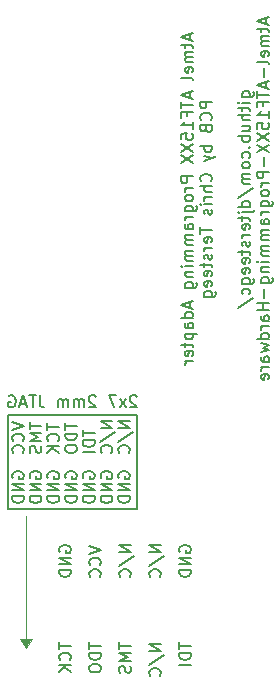
<source format=gbr>
%TF.GenerationSoftware,KiCad,Pcbnew,8.0.7*%
%TF.CreationDate,2025-02-19T22:23:28-06:00*%
%TF.ProjectId,Atmel-ATF15XX-Programming-Adapter,41746d65-6c2d-4415-9446-313558582d50,v1.0*%
%TF.SameCoordinates,Original*%
%TF.FileFunction,Legend,Bot*%
%TF.FilePolarity,Positive*%
%FSLAX46Y46*%
G04 Gerber Fmt 4.6, Leading zero omitted, Abs format (unit mm)*
G04 Created by KiCad (PCBNEW 8.0.7) date 2025-02-19 22:23:28*
%MOMM*%
%LPD*%
G01*
G04 APERTURE LIST*
%ADD10C,0.100000*%
%ADD11C,0.150000*%
G04 APERTURE END LIST*
D10*
X136398000Y-121920000D02*
X135890000Y-121158000D01*
X136906000Y-121158000D01*
X136398000Y-121920000D01*
G36*
X136398000Y-121920000D02*
G01*
X135890000Y-121158000D01*
X136906000Y-121158000D01*
X136398000Y-121920000D01*
G37*
X136398000Y-110744000D02*
X136398000Y-121920000D01*
D11*
X134835000Y-102200000D02*
X145835000Y-102200000D01*
X145835000Y-110200000D01*
X134835000Y-110200000D01*
X134835000Y-102200000D01*
X145204819Y-102744173D02*
X144204819Y-102744173D01*
X144204819Y-102744173D02*
X145204819Y-103315601D01*
X145204819Y-103315601D02*
X144204819Y-103315601D01*
X144157200Y-104506077D02*
X145442914Y-103648935D01*
X145109580Y-105410839D02*
X145157200Y-105363220D01*
X145157200Y-105363220D02*
X145204819Y-105220363D01*
X145204819Y-105220363D02*
X145204819Y-105125125D01*
X145204819Y-105125125D02*
X145157200Y-104982268D01*
X145157200Y-104982268D02*
X145061961Y-104887030D01*
X145061961Y-104887030D02*
X144966723Y-104839411D01*
X144966723Y-104839411D02*
X144776247Y-104791792D01*
X144776247Y-104791792D02*
X144633390Y-104791792D01*
X144633390Y-104791792D02*
X144442914Y-104839411D01*
X144442914Y-104839411D02*
X144347676Y-104887030D01*
X144347676Y-104887030D02*
X144252438Y-104982268D01*
X144252438Y-104982268D02*
X144204819Y-105125125D01*
X144204819Y-105125125D02*
X144204819Y-105220363D01*
X144204819Y-105220363D02*
X144252438Y-105363220D01*
X144252438Y-105363220D02*
X144300057Y-105410839D01*
X145763571Y-100665057D02*
X145715952Y-100617438D01*
X145715952Y-100617438D02*
X145620714Y-100569819D01*
X145620714Y-100569819D02*
X145382619Y-100569819D01*
X145382619Y-100569819D02*
X145287381Y-100617438D01*
X145287381Y-100617438D02*
X145239762Y-100665057D01*
X145239762Y-100665057D02*
X145192143Y-100760295D01*
X145192143Y-100760295D02*
X145192143Y-100855533D01*
X145192143Y-100855533D02*
X145239762Y-100998390D01*
X145239762Y-100998390D02*
X145811190Y-101569819D01*
X145811190Y-101569819D02*
X145192143Y-101569819D01*
X144858809Y-101569819D02*
X144335000Y-100903152D01*
X144858809Y-100903152D02*
X144335000Y-101569819D01*
X144049285Y-100569819D02*
X143382619Y-100569819D01*
X143382619Y-100569819D02*
X143811190Y-101569819D01*
X142287380Y-100665057D02*
X142239761Y-100617438D01*
X142239761Y-100617438D02*
X142144523Y-100569819D01*
X142144523Y-100569819D02*
X141906428Y-100569819D01*
X141906428Y-100569819D02*
X141811190Y-100617438D01*
X141811190Y-100617438D02*
X141763571Y-100665057D01*
X141763571Y-100665057D02*
X141715952Y-100760295D01*
X141715952Y-100760295D02*
X141715952Y-100855533D01*
X141715952Y-100855533D02*
X141763571Y-100998390D01*
X141763571Y-100998390D02*
X142334999Y-101569819D01*
X142334999Y-101569819D02*
X141715952Y-101569819D01*
X141287380Y-101569819D02*
X141287380Y-100903152D01*
X141287380Y-100998390D02*
X141239761Y-100950771D01*
X141239761Y-100950771D02*
X141144523Y-100903152D01*
X141144523Y-100903152D02*
X141001666Y-100903152D01*
X141001666Y-100903152D02*
X140906428Y-100950771D01*
X140906428Y-100950771D02*
X140858809Y-101046009D01*
X140858809Y-101046009D02*
X140858809Y-101569819D01*
X140858809Y-101046009D02*
X140811190Y-100950771D01*
X140811190Y-100950771D02*
X140715952Y-100903152D01*
X140715952Y-100903152D02*
X140573095Y-100903152D01*
X140573095Y-100903152D02*
X140477856Y-100950771D01*
X140477856Y-100950771D02*
X140430237Y-101046009D01*
X140430237Y-101046009D02*
X140430237Y-101569819D01*
X139954047Y-101569819D02*
X139954047Y-100903152D01*
X139954047Y-100998390D02*
X139906428Y-100950771D01*
X139906428Y-100950771D02*
X139811190Y-100903152D01*
X139811190Y-100903152D02*
X139668333Y-100903152D01*
X139668333Y-100903152D02*
X139573095Y-100950771D01*
X139573095Y-100950771D02*
X139525476Y-101046009D01*
X139525476Y-101046009D02*
X139525476Y-101569819D01*
X139525476Y-101046009D02*
X139477857Y-100950771D01*
X139477857Y-100950771D02*
X139382619Y-100903152D01*
X139382619Y-100903152D02*
X139239762Y-100903152D01*
X139239762Y-100903152D02*
X139144523Y-100950771D01*
X139144523Y-100950771D02*
X139096904Y-101046009D01*
X139096904Y-101046009D02*
X139096904Y-101569819D01*
X137573095Y-100569819D02*
X137573095Y-101284104D01*
X137573095Y-101284104D02*
X137620714Y-101426961D01*
X137620714Y-101426961D02*
X137715952Y-101522200D01*
X137715952Y-101522200D02*
X137858809Y-101569819D01*
X137858809Y-101569819D02*
X137954047Y-101569819D01*
X137239761Y-100569819D02*
X136668333Y-100569819D01*
X136954047Y-101569819D02*
X136954047Y-100569819D01*
X136382618Y-101284104D02*
X135906428Y-101284104D01*
X136477856Y-101569819D02*
X136144523Y-100569819D01*
X136144523Y-100569819D02*
X135811190Y-101569819D01*
X134954047Y-100617438D02*
X135049285Y-100569819D01*
X135049285Y-100569819D02*
X135192142Y-100569819D01*
X135192142Y-100569819D02*
X135334999Y-100617438D01*
X135334999Y-100617438D02*
X135430237Y-100712676D01*
X135430237Y-100712676D02*
X135477856Y-100807914D01*
X135477856Y-100807914D02*
X135525475Y-100998390D01*
X135525475Y-100998390D02*
X135525475Y-101141247D01*
X135525475Y-101141247D02*
X135477856Y-101331723D01*
X135477856Y-101331723D02*
X135430237Y-101426961D01*
X135430237Y-101426961D02*
X135334999Y-101522200D01*
X135334999Y-101522200D02*
X135192142Y-101569819D01*
X135192142Y-101569819D02*
X135096904Y-101569819D01*
X135096904Y-101569819D02*
X134954047Y-101522200D01*
X134954047Y-101522200D02*
X134906428Y-101474580D01*
X134906428Y-101474580D02*
X134906428Y-101141247D01*
X134906428Y-101141247D02*
X135096904Y-101141247D01*
X144252438Y-107560588D02*
X144204819Y-107465350D01*
X144204819Y-107465350D02*
X144204819Y-107322493D01*
X144204819Y-107322493D02*
X144252438Y-107179636D01*
X144252438Y-107179636D02*
X144347676Y-107084398D01*
X144347676Y-107084398D02*
X144442914Y-107036779D01*
X144442914Y-107036779D02*
X144633390Y-106989160D01*
X144633390Y-106989160D02*
X144776247Y-106989160D01*
X144776247Y-106989160D02*
X144966723Y-107036779D01*
X144966723Y-107036779D02*
X145061961Y-107084398D01*
X145061961Y-107084398D02*
X145157200Y-107179636D01*
X145157200Y-107179636D02*
X145204819Y-107322493D01*
X145204819Y-107322493D02*
X145204819Y-107417731D01*
X145204819Y-107417731D02*
X145157200Y-107560588D01*
X145157200Y-107560588D02*
X145109580Y-107608207D01*
X145109580Y-107608207D02*
X144776247Y-107608207D01*
X144776247Y-107608207D02*
X144776247Y-107417731D01*
X145204819Y-108036779D02*
X144204819Y-108036779D01*
X144204819Y-108036779D02*
X145204819Y-108608207D01*
X145204819Y-108608207D02*
X144204819Y-108608207D01*
X145204819Y-109084398D02*
X144204819Y-109084398D01*
X144204819Y-109084398D02*
X144204819Y-109322493D01*
X144204819Y-109322493D02*
X144252438Y-109465350D01*
X144252438Y-109465350D02*
X144347676Y-109560588D01*
X144347676Y-109560588D02*
X144442914Y-109608207D01*
X144442914Y-109608207D02*
X144633390Y-109655826D01*
X144633390Y-109655826D02*
X144776247Y-109655826D01*
X144776247Y-109655826D02*
X144966723Y-109608207D01*
X144966723Y-109608207D02*
X145061961Y-109560588D01*
X145061961Y-109560588D02*
X145157200Y-109465350D01*
X145157200Y-109465350D02*
X145204819Y-109322493D01*
X145204819Y-109322493D02*
X145204819Y-109084398D01*
X135252438Y-107560588D02*
X135204819Y-107465350D01*
X135204819Y-107465350D02*
X135204819Y-107322493D01*
X135204819Y-107322493D02*
X135252438Y-107179636D01*
X135252438Y-107179636D02*
X135347676Y-107084398D01*
X135347676Y-107084398D02*
X135442914Y-107036779D01*
X135442914Y-107036779D02*
X135633390Y-106989160D01*
X135633390Y-106989160D02*
X135776247Y-106989160D01*
X135776247Y-106989160D02*
X135966723Y-107036779D01*
X135966723Y-107036779D02*
X136061961Y-107084398D01*
X136061961Y-107084398D02*
X136157200Y-107179636D01*
X136157200Y-107179636D02*
X136204819Y-107322493D01*
X136204819Y-107322493D02*
X136204819Y-107417731D01*
X136204819Y-107417731D02*
X136157200Y-107560588D01*
X136157200Y-107560588D02*
X136109580Y-107608207D01*
X136109580Y-107608207D02*
X135776247Y-107608207D01*
X135776247Y-107608207D02*
X135776247Y-107417731D01*
X136204819Y-108036779D02*
X135204819Y-108036779D01*
X135204819Y-108036779D02*
X136204819Y-108608207D01*
X136204819Y-108608207D02*
X135204819Y-108608207D01*
X136204819Y-109084398D02*
X135204819Y-109084398D01*
X135204819Y-109084398D02*
X135204819Y-109322493D01*
X135204819Y-109322493D02*
X135252438Y-109465350D01*
X135252438Y-109465350D02*
X135347676Y-109560588D01*
X135347676Y-109560588D02*
X135442914Y-109608207D01*
X135442914Y-109608207D02*
X135633390Y-109655826D01*
X135633390Y-109655826D02*
X135776247Y-109655826D01*
X135776247Y-109655826D02*
X135966723Y-109608207D01*
X135966723Y-109608207D02*
X136061961Y-109560588D01*
X136061961Y-109560588D02*
X136157200Y-109465350D01*
X136157200Y-109465350D02*
X136204819Y-109322493D01*
X136204819Y-109322493D02*
X136204819Y-109084398D01*
X141744819Y-113344411D02*
X142744819Y-113677744D01*
X142744819Y-113677744D02*
X141744819Y-114011077D01*
X142649580Y-114915839D02*
X142697200Y-114868220D01*
X142697200Y-114868220D02*
X142744819Y-114725363D01*
X142744819Y-114725363D02*
X142744819Y-114630125D01*
X142744819Y-114630125D02*
X142697200Y-114487268D01*
X142697200Y-114487268D02*
X142601961Y-114392030D01*
X142601961Y-114392030D02*
X142506723Y-114344411D01*
X142506723Y-114344411D02*
X142316247Y-114296792D01*
X142316247Y-114296792D02*
X142173390Y-114296792D01*
X142173390Y-114296792D02*
X141982914Y-114344411D01*
X141982914Y-114344411D02*
X141887676Y-114392030D01*
X141887676Y-114392030D02*
X141792438Y-114487268D01*
X141792438Y-114487268D02*
X141744819Y-114630125D01*
X141744819Y-114630125D02*
X141744819Y-114725363D01*
X141744819Y-114725363D02*
X141792438Y-114868220D01*
X141792438Y-114868220D02*
X141840057Y-114915839D01*
X142649580Y-115915839D02*
X142697200Y-115868220D01*
X142697200Y-115868220D02*
X142744819Y-115725363D01*
X142744819Y-115725363D02*
X142744819Y-115630125D01*
X142744819Y-115630125D02*
X142697200Y-115487268D01*
X142697200Y-115487268D02*
X142601961Y-115392030D01*
X142601961Y-115392030D02*
X142506723Y-115344411D01*
X142506723Y-115344411D02*
X142316247Y-115296792D01*
X142316247Y-115296792D02*
X142173390Y-115296792D01*
X142173390Y-115296792D02*
X141982914Y-115344411D01*
X141982914Y-115344411D02*
X141887676Y-115392030D01*
X141887676Y-115392030D02*
X141792438Y-115487268D01*
X141792438Y-115487268D02*
X141744819Y-115630125D01*
X141744819Y-115630125D02*
X141744819Y-115725363D01*
X141744819Y-115725363D02*
X141792438Y-115868220D01*
X141792438Y-115868220D02*
X141840057Y-115915839D01*
X138252438Y-107560588D02*
X138204819Y-107465350D01*
X138204819Y-107465350D02*
X138204819Y-107322493D01*
X138204819Y-107322493D02*
X138252438Y-107179636D01*
X138252438Y-107179636D02*
X138347676Y-107084398D01*
X138347676Y-107084398D02*
X138442914Y-107036779D01*
X138442914Y-107036779D02*
X138633390Y-106989160D01*
X138633390Y-106989160D02*
X138776247Y-106989160D01*
X138776247Y-106989160D02*
X138966723Y-107036779D01*
X138966723Y-107036779D02*
X139061961Y-107084398D01*
X139061961Y-107084398D02*
X139157200Y-107179636D01*
X139157200Y-107179636D02*
X139204819Y-107322493D01*
X139204819Y-107322493D02*
X139204819Y-107417731D01*
X139204819Y-107417731D02*
X139157200Y-107560588D01*
X139157200Y-107560588D02*
X139109580Y-107608207D01*
X139109580Y-107608207D02*
X138776247Y-107608207D01*
X138776247Y-107608207D02*
X138776247Y-107417731D01*
X139204819Y-108036779D02*
X138204819Y-108036779D01*
X138204819Y-108036779D02*
X139204819Y-108608207D01*
X139204819Y-108608207D02*
X138204819Y-108608207D01*
X139204819Y-109084398D02*
X138204819Y-109084398D01*
X138204819Y-109084398D02*
X138204819Y-109322493D01*
X138204819Y-109322493D02*
X138252438Y-109465350D01*
X138252438Y-109465350D02*
X138347676Y-109560588D01*
X138347676Y-109560588D02*
X138442914Y-109608207D01*
X138442914Y-109608207D02*
X138633390Y-109655826D01*
X138633390Y-109655826D02*
X138776247Y-109655826D01*
X138776247Y-109655826D02*
X138966723Y-109608207D01*
X138966723Y-109608207D02*
X139061961Y-109560588D01*
X139061961Y-109560588D02*
X139157200Y-109465350D01*
X139157200Y-109465350D02*
X139204819Y-109322493D01*
X139204819Y-109322493D02*
X139204819Y-109084398D01*
X149364819Y-121478922D02*
X149364819Y-122050350D01*
X150364819Y-121764636D02*
X149364819Y-121764636D01*
X150364819Y-122383684D02*
X149364819Y-122383684D01*
X149364819Y-122383684D02*
X149364819Y-122621779D01*
X149364819Y-122621779D02*
X149412438Y-122764636D01*
X149412438Y-122764636D02*
X149507676Y-122859874D01*
X149507676Y-122859874D02*
X149602914Y-122907493D01*
X149602914Y-122907493D02*
X149793390Y-122955112D01*
X149793390Y-122955112D02*
X149936247Y-122955112D01*
X149936247Y-122955112D02*
X150126723Y-122907493D01*
X150126723Y-122907493D02*
X150221961Y-122859874D01*
X150221961Y-122859874D02*
X150317200Y-122764636D01*
X150317200Y-122764636D02*
X150364819Y-122621779D01*
X150364819Y-122621779D02*
X150364819Y-122383684D01*
X150364819Y-123383684D02*
X149364819Y-123383684D01*
X139704819Y-102887030D02*
X139704819Y-103458458D01*
X140704819Y-103172744D02*
X139704819Y-103172744D01*
X140704819Y-103791792D02*
X139704819Y-103791792D01*
X139704819Y-103791792D02*
X139704819Y-104029887D01*
X139704819Y-104029887D02*
X139752438Y-104172744D01*
X139752438Y-104172744D02*
X139847676Y-104267982D01*
X139847676Y-104267982D02*
X139942914Y-104315601D01*
X139942914Y-104315601D02*
X140133390Y-104363220D01*
X140133390Y-104363220D02*
X140276247Y-104363220D01*
X140276247Y-104363220D02*
X140466723Y-104315601D01*
X140466723Y-104315601D02*
X140561961Y-104267982D01*
X140561961Y-104267982D02*
X140657200Y-104172744D01*
X140657200Y-104172744D02*
X140704819Y-104029887D01*
X140704819Y-104029887D02*
X140704819Y-103791792D01*
X139704819Y-104982268D02*
X139704819Y-105172744D01*
X139704819Y-105172744D02*
X139752438Y-105267982D01*
X139752438Y-105267982D02*
X139847676Y-105363220D01*
X139847676Y-105363220D02*
X140038152Y-105410839D01*
X140038152Y-105410839D02*
X140371485Y-105410839D01*
X140371485Y-105410839D02*
X140561961Y-105363220D01*
X140561961Y-105363220D02*
X140657200Y-105267982D01*
X140657200Y-105267982D02*
X140704819Y-105172744D01*
X140704819Y-105172744D02*
X140704819Y-104982268D01*
X140704819Y-104982268D02*
X140657200Y-104887030D01*
X140657200Y-104887030D02*
X140561961Y-104791792D01*
X140561961Y-104791792D02*
X140371485Y-104744173D01*
X140371485Y-104744173D02*
X140038152Y-104744173D01*
X140038152Y-104744173D02*
X139847676Y-104791792D01*
X139847676Y-104791792D02*
X139752438Y-104887030D01*
X139752438Y-104887030D02*
X139704819Y-104982268D01*
X141204819Y-103458459D02*
X141204819Y-104029887D01*
X142204819Y-103744173D02*
X141204819Y-103744173D01*
X142204819Y-104363221D02*
X141204819Y-104363221D01*
X141204819Y-104363221D02*
X141204819Y-104601316D01*
X141204819Y-104601316D02*
X141252438Y-104744173D01*
X141252438Y-104744173D02*
X141347676Y-104839411D01*
X141347676Y-104839411D02*
X141442914Y-104887030D01*
X141442914Y-104887030D02*
X141633390Y-104934649D01*
X141633390Y-104934649D02*
X141776247Y-104934649D01*
X141776247Y-104934649D02*
X141966723Y-104887030D01*
X141966723Y-104887030D02*
X142061961Y-104839411D01*
X142061961Y-104839411D02*
X142157200Y-104744173D01*
X142157200Y-104744173D02*
X142204819Y-104601316D01*
X142204819Y-104601316D02*
X142204819Y-104363221D01*
X142204819Y-105363221D02*
X141204819Y-105363221D01*
X143704819Y-102744173D02*
X142704819Y-102744173D01*
X142704819Y-102744173D02*
X143704819Y-103315601D01*
X143704819Y-103315601D02*
X142704819Y-103315601D01*
X142657200Y-104506077D02*
X143942914Y-103648935D01*
X143609580Y-105410839D02*
X143657200Y-105363220D01*
X143657200Y-105363220D02*
X143704819Y-105220363D01*
X143704819Y-105220363D02*
X143704819Y-105125125D01*
X143704819Y-105125125D02*
X143657200Y-104982268D01*
X143657200Y-104982268D02*
X143561961Y-104887030D01*
X143561961Y-104887030D02*
X143466723Y-104839411D01*
X143466723Y-104839411D02*
X143276247Y-104791792D01*
X143276247Y-104791792D02*
X143133390Y-104791792D01*
X143133390Y-104791792D02*
X142942914Y-104839411D01*
X142942914Y-104839411D02*
X142847676Y-104887030D01*
X142847676Y-104887030D02*
X142752438Y-104982268D01*
X142752438Y-104982268D02*
X142704819Y-105125125D01*
X142704819Y-105125125D02*
X142704819Y-105220363D01*
X142704819Y-105220363D02*
X142752438Y-105363220D01*
X142752438Y-105363220D02*
X142800057Y-105410839D01*
X135204819Y-102839411D02*
X136204819Y-103172744D01*
X136204819Y-103172744D02*
X135204819Y-103506077D01*
X136109580Y-104410839D02*
X136157200Y-104363220D01*
X136157200Y-104363220D02*
X136204819Y-104220363D01*
X136204819Y-104220363D02*
X136204819Y-104125125D01*
X136204819Y-104125125D02*
X136157200Y-103982268D01*
X136157200Y-103982268D02*
X136061961Y-103887030D01*
X136061961Y-103887030D02*
X135966723Y-103839411D01*
X135966723Y-103839411D02*
X135776247Y-103791792D01*
X135776247Y-103791792D02*
X135633390Y-103791792D01*
X135633390Y-103791792D02*
X135442914Y-103839411D01*
X135442914Y-103839411D02*
X135347676Y-103887030D01*
X135347676Y-103887030D02*
X135252438Y-103982268D01*
X135252438Y-103982268D02*
X135204819Y-104125125D01*
X135204819Y-104125125D02*
X135204819Y-104220363D01*
X135204819Y-104220363D02*
X135252438Y-104363220D01*
X135252438Y-104363220D02*
X135300057Y-104410839D01*
X136109580Y-105410839D02*
X136157200Y-105363220D01*
X136157200Y-105363220D02*
X136204819Y-105220363D01*
X136204819Y-105220363D02*
X136204819Y-105125125D01*
X136204819Y-105125125D02*
X136157200Y-104982268D01*
X136157200Y-104982268D02*
X136061961Y-104887030D01*
X136061961Y-104887030D02*
X135966723Y-104839411D01*
X135966723Y-104839411D02*
X135776247Y-104791792D01*
X135776247Y-104791792D02*
X135633390Y-104791792D01*
X135633390Y-104791792D02*
X135442914Y-104839411D01*
X135442914Y-104839411D02*
X135347676Y-104887030D01*
X135347676Y-104887030D02*
X135252438Y-104982268D01*
X135252438Y-104982268D02*
X135204819Y-105125125D01*
X135204819Y-105125125D02*
X135204819Y-105220363D01*
X135204819Y-105220363D02*
X135252438Y-105363220D01*
X135252438Y-105363220D02*
X135300057Y-105410839D01*
X145284819Y-113249173D02*
X144284819Y-113249173D01*
X144284819Y-113249173D02*
X145284819Y-113820601D01*
X145284819Y-113820601D02*
X144284819Y-113820601D01*
X144237200Y-115011077D02*
X145522914Y-114153935D01*
X145189580Y-115915839D02*
X145237200Y-115868220D01*
X145237200Y-115868220D02*
X145284819Y-115725363D01*
X145284819Y-115725363D02*
X145284819Y-115630125D01*
X145284819Y-115630125D02*
X145237200Y-115487268D01*
X145237200Y-115487268D02*
X145141961Y-115392030D01*
X145141961Y-115392030D02*
X145046723Y-115344411D01*
X145046723Y-115344411D02*
X144856247Y-115296792D01*
X144856247Y-115296792D02*
X144713390Y-115296792D01*
X144713390Y-115296792D02*
X144522914Y-115344411D01*
X144522914Y-115344411D02*
X144427676Y-115392030D01*
X144427676Y-115392030D02*
X144332438Y-115487268D01*
X144332438Y-115487268D02*
X144284819Y-115630125D01*
X144284819Y-115630125D02*
X144284819Y-115725363D01*
X144284819Y-115725363D02*
X144332438Y-115868220D01*
X144332438Y-115868220D02*
X144380057Y-115915839D01*
X142752438Y-107560588D02*
X142704819Y-107465350D01*
X142704819Y-107465350D02*
X142704819Y-107322493D01*
X142704819Y-107322493D02*
X142752438Y-107179636D01*
X142752438Y-107179636D02*
X142847676Y-107084398D01*
X142847676Y-107084398D02*
X142942914Y-107036779D01*
X142942914Y-107036779D02*
X143133390Y-106989160D01*
X143133390Y-106989160D02*
X143276247Y-106989160D01*
X143276247Y-106989160D02*
X143466723Y-107036779D01*
X143466723Y-107036779D02*
X143561961Y-107084398D01*
X143561961Y-107084398D02*
X143657200Y-107179636D01*
X143657200Y-107179636D02*
X143704819Y-107322493D01*
X143704819Y-107322493D02*
X143704819Y-107417731D01*
X143704819Y-107417731D02*
X143657200Y-107560588D01*
X143657200Y-107560588D02*
X143609580Y-107608207D01*
X143609580Y-107608207D02*
X143276247Y-107608207D01*
X143276247Y-107608207D02*
X143276247Y-107417731D01*
X143704819Y-108036779D02*
X142704819Y-108036779D01*
X142704819Y-108036779D02*
X143704819Y-108608207D01*
X143704819Y-108608207D02*
X142704819Y-108608207D01*
X143704819Y-109084398D02*
X142704819Y-109084398D01*
X142704819Y-109084398D02*
X142704819Y-109322493D01*
X142704819Y-109322493D02*
X142752438Y-109465350D01*
X142752438Y-109465350D02*
X142847676Y-109560588D01*
X142847676Y-109560588D02*
X142942914Y-109608207D01*
X142942914Y-109608207D02*
X143133390Y-109655826D01*
X143133390Y-109655826D02*
X143276247Y-109655826D01*
X143276247Y-109655826D02*
X143466723Y-109608207D01*
X143466723Y-109608207D02*
X143561961Y-109560588D01*
X143561961Y-109560588D02*
X143657200Y-109465350D01*
X143657200Y-109465350D02*
X143704819Y-109322493D01*
X143704819Y-109322493D02*
X143704819Y-109084398D01*
X138204819Y-102934649D02*
X138204819Y-103506077D01*
X139204819Y-103220363D02*
X138204819Y-103220363D01*
X139109580Y-104410839D02*
X139157200Y-104363220D01*
X139157200Y-104363220D02*
X139204819Y-104220363D01*
X139204819Y-104220363D02*
X139204819Y-104125125D01*
X139204819Y-104125125D02*
X139157200Y-103982268D01*
X139157200Y-103982268D02*
X139061961Y-103887030D01*
X139061961Y-103887030D02*
X138966723Y-103839411D01*
X138966723Y-103839411D02*
X138776247Y-103791792D01*
X138776247Y-103791792D02*
X138633390Y-103791792D01*
X138633390Y-103791792D02*
X138442914Y-103839411D01*
X138442914Y-103839411D02*
X138347676Y-103887030D01*
X138347676Y-103887030D02*
X138252438Y-103982268D01*
X138252438Y-103982268D02*
X138204819Y-104125125D01*
X138204819Y-104125125D02*
X138204819Y-104220363D01*
X138204819Y-104220363D02*
X138252438Y-104363220D01*
X138252438Y-104363220D02*
X138300057Y-104410839D01*
X139204819Y-104839411D02*
X138204819Y-104839411D01*
X139204819Y-105410839D02*
X138633390Y-104982268D01*
X138204819Y-105410839D02*
X138776247Y-104839411D01*
X139204819Y-121478922D02*
X139204819Y-122050350D01*
X140204819Y-121764636D02*
X139204819Y-121764636D01*
X140109580Y-122955112D02*
X140157200Y-122907493D01*
X140157200Y-122907493D02*
X140204819Y-122764636D01*
X140204819Y-122764636D02*
X140204819Y-122669398D01*
X140204819Y-122669398D02*
X140157200Y-122526541D01*
X140157200Y-122526541D02*
X140061961Y-122431303D01*
X140061961Y-122431303D02*
X139966723Y-122383684D01*
X139966723Y-122383684D02*
X139776247Y-122336065D01*
X139776247Y-122336065D02*
X139633390Y-122336065D01*
X139633390Y-122336065D02*
X139442914Y-122383684D01*
X139442914Y-122383684D02*
X139347676Y-122431303D01*
X139347676Y-122431303D02*
X139252438Y-122526541D01*
X139252438Y-122526541D02*
X139204819Y-122669398D01*
X139204819Y-122669398D02*
X139204819Y-122764636D01*
X139204819Y-122764636D02*
X139252438Y-122907493D01*
X139252438Y-122907493D02*
X139300057Y-122955112D01*
X140204819Y-123383684D02*
X139204819Y-123383684D01*
X140204819Y-123955112D02*
X139633390Y-123526541D01*
X139204819Y-123955112D02*
X139776247Y-123383684D01*
X139252438Y-113820601D02*
X139204819Y-113725363D01*
X139204819Y-113725363D02*
X139204819Y-113582506D01*
X139204819Y-113582506D02*
X139252438Y-113439649D01*
X139252438Y-113439649D02*
X139347676Y-113344411D01*
X139347676Y-113344411D02*
X139442914Y-113296792D01*
X139442914Y-113296792D02*
X139633390Y-113249173D01*
X139633390Y-113249173D02*
X139776247Y-113249173D01*
X139776247Y-113249173D02*
X139966723Y-113296792D01*
X139966723Y-113296792D02*
X140061961Y-113344411D01*
X140061961Y-113344411D02*
X140157200Y-113439649D01*
X140157200Y-113439649D02*
X140204819Y-113582506D01*
X140204819Y-113582506D02*
X140204819Y-113677744D01*
X140204819Y-113677744D02*
X140157200Y-113820601D01*
X140157200Y-113820601D02*
X140109580Y-113868220D01*
X140109580Y-113868220D02*
X139776247Y-113868220D01*
X139776247Y-113868220D02*
X139776247Y-113677744D01*
X140204819Y-114296792D02*
X139204819Y-114296792D01*
X139204819Y-114296792D02*
X140204819Y-114868220D01*
X140204819Y-114868220D02*
X139204819Y-114868220D01*
X140204819Y-115344411D02*
X139204819Y-115344411D01*
X139204819Y-115344411D02*
X139204819Y-115582506D01*
X139204819Y-115582506D02*
X139252438Y-115725363D01*
X139252438Y-115725363D02*
X139347676Y-115820601D01*
X139347676Y-115820601D02*
X139442914Y-115868220D01*
X139442914Y-115868220D02*
X139633390Y-115915839D01*
X139633390Y-115915839D02*
X139776247Y-115915839D01*
X139776247Y-115915839D02*
X139966723Y-115868220D01*
X139966723Y-115868220D02*
X140061961Y-115820601D01*
X140061961Y-115820601D02*
X140157200Y-115725363D01*
X140157200Y-115725363D02*
X140204819Y-115582506D01*
X140204819Y-115582506D02*
X140204819Y-115344411D01*
X147824819Y-113249173D02*
X146824819Y-113249173D01*
X146824819Y-113249173D02*
X147824819Y-113820601D01*
X147824819Y-113820601D02*
X146824819Y-113820601D01*
X146777200Y-115011077D02*
X148062914Y-114153935D01*
X147729580Y-115915839D02*
X147777200Y-115868220D01*
X147777200Y-115868220D02*
X147824819Y-115725363D01*
X147824819Y-115725363D02*
X147824819Y-115630125D01*
X147824819Y-115630125D02*
X147777200Y-115487268D01*
X147777200Y-115487268D02*
X147681961Y-115392030D01*
X147681961Y-115392030D02*
X147586723Y-115344411D01*
X147586723Y-115344411D02*
X147396247Y-115296792D01*
X147396247Y-115296792D02*
X147253390Y-115296792D01*
X147253390Y-115296792D02*
X147062914Y-115344411D01*
X147062914Y-115344411D02*
X146967676Y-115392030D01*
X146967676Y-115392030D02*
X146872438Y-115487268D01*
X146872438Y-115487268D02*
X146824819Y-115630125D01*
X146824819Y-115630125D02*
X146824819Y-115725363D01*
X146824819Y-115725363D02*
X146872438Y-115868220D01*
X146872438Y-115868220D02*
X146920057Y-115915839D01*
X150243328Y-70018427D02*
X150243328Y-70494617D01*
X150529043Y-69923189D02*
X149529043Y-70256522D01*
X149529043Y-70256522D02*
X150529043Y-70589855D01*
X149862376Y-70780332D02*
X149862376Y-71161284D01*
X149529043Y-70923189D02*
X150386185Y-70923189D01*
X150386185Y-70923189D02*
X150481424Y-70970808D01*
X150481424Y-70970808D02*
X150529043Y-71066046D01*
X150529043Y-71066046D02*
X150529043Y-71161284D01*
X150529043Y-71494618D02*
X149862376Y-71494618D01*
X149957614Y-71494618D02*
X149909995Y-71542237D01*
X149909995Y-71542237D02*
X149862376Y-71637475D01*
X149862376Y-71637475D02*
X149862376Y-71780332D01*
X149862376Y-71780332D02*
X149909995Y-71875570D01*
X149909995Y-71875570D02*
X150005233Y-71923189D01*
X150005233Y-71923189D02*
X150529043Y-71923189D01*
X150005233Y-71923189D02*
X149909995Y-71970808D01*
X149909995Y-71970808D02*
X149862376Y-72066046D01*
X149862376Y-72066046D02*
X149862376Y-72208903D01*
X149862376Y-72208903D02*
X149909995Y-72304142D01*
X149909995Y-72304142D02*
X150005233Y-72351761D01*
X150005233Y-72351761D02*
X150529043Y-72351761D01*
X150481424Y-73208903D02*
X150529043Y-73113665D01*
X150529043Y-73113665D02*
X150529043Y-72923189D01*
X150529043Y-72923189D02*
X150481424Y-72827951D01*
X150481424Y-72827951D02*
X150386185Y-72780332D01*
X150386185Y-72780332D02*
X150005233Y-72780332D01*
X150005233Y-72780332D02*
X149909995Y-72827951D01*
X149909995Y-72827951D02*
X149862376Y-72923189D01*
X149862376Y-72923189D02*
X149862376Y-73113665D01*
X149862376Y-73113665D02*
X149909995Y-73208903D01*
X149909995Y-73208903D02*
X150005233Y-73256522D01*
X150005233Y-73256522D02*
X150100471Y-73256522D01*
X150100471Y-73256522D02*
X150195709Y-72780332D01*
X150529043Y-73827951D02*
X150481424Y-73732713D01*
X150481424Y-73732713D02*
X150386185Y-73685094D01*
X150386185Y-73685094D02*
X149529043Y-73685094D01*
X150243328Y-74923190D02*
X150243328Y-75399380D01*
X150529043Y-74827952D02*
X149529043Y-75161285D01*
X149529043Y-75161285D02*
X150529043Y-75494618D01*
X149529043Y-75685095D02*
X149529043Y-76256523D01*
X150529043Y-75970809D02*
X149529043Y-75970809D01*
X150005233Y-76923190D02*
X150005233Y-76589857D01*
X150529043Y-76589857D02*
X149529043Y-76589857D01*
X149529043Y-76589857D02*
X149529043Y-77066047D01*
X150529043Y-77970809D02*
X150529043Y-77399381D01*
X150529043Y-77685095D02*
X149529043Y-77685095D01*
X149529043Y-77685095D02*
X149671900Y-77589857D01*
X149671900Y-77589857D02*
X149767138Y-77494619D01*
X149767138Y-77494619D02*
X149814757Y-77399381D01*
X149529043Y-78875571D02*
X149529043Y-78399381D01*
X149529043Y-78399381D02*
X150005233Y-78351762D01*
X150005233Y-78351762D02*
X149957614Y-78399381D01*
X149957614Y-78399381D02*
X149909995Y-78494619D01*
X149909995Y-78494619D02*
X149909995Y-78732714D01*
X149909995Y-78732714D02*
X149957614Y-78827952D01*
X149957614Y-78827952D02*
X150005233Y-78875571D01*
X150005233Y-78875571D02*
X150100471Y-78923190D01*
X150100471Y-78923190D02*
X150338566Y-78923190D01*
X150338566Y-78923190D02*
X150433804Y-78875571D01*
X150433804Y-78875571D02*
X150481424Y-78827952D01*
X150481424Y-78827952D02*
X150529043Y-78732714D01*
X150529043Y-78732714D02*
X150529043Y-78494619D01*
X150529043Y-78494619D02*
X150481424Y-78399381D01*
X150481424Y-78399381D02*
X150433804Y-78351762D01*
X149529043Y-79256524D02*
X150529043Y-79923190D01*
X149529043Y-79923190D02*
X150529043Y-79256524D01*
X149529043Y-80208905D02*
X150529043Y-80875571D01*
X149529043Y-80875571D02*
X150529043Y-80208905D01*
X150529043Y-82018429D02*
X149529043Y-82018429D01*
X149529043Y-82018429D02*
X149529043Y-82399381D01*
X149529043Y-82399381D02*
X149576662Y-82494619D01*
X149576662Y-82494619D02*
X149624281Y-82542238D01*
X149624281Y-82542238D02*
X149719519Y-82589857D01*
X149719519Y-82589857D02*
X149862376Y-82589857D01*
X149862376Y-82589857D02*
X149957614Y-82542238D01*
X149957614Y-82542238D02*
X150005233Y-82494619D01*
X150005233Y-82494619D02*
X150052852Y-82399381D01*
X150052852Y-82399381D02*
X150052852Y-82018429D01*
X150529043Y-83018429D02*
X149862376Y-83018429D01*
X150052852Y-83018429D02*
X149957614Y-83066048D01*
X149957614Y-83066048D02*
X149909995Y-83113667D01*
X149909995Y-83113667D02*
X149862376Y-83208905D01*
X149862376Y-83208905D02*
X149862376Y-83304143D01*
X150529043Y-83780334D02*
X150481424Y-83685096D01*
X150481424Y-83685096D02*
X150433804Y-83637477D01*
X150433804Y-83637477D02*
X150338566Y-83589858D01*
X150338566Y-83589858D02*
X150052852Y-83589858D01*
X150052852Y-83589858D02*
X149957614Y-83637477D01*
X149957614Y-83637477D02*
X149909995Y-83685096D01*
X149909995Y-83685096D02*
X149862376Y-83780334D01*
X149862376Y-83780334D02*
X149862376Y-83923191D01*
X149862376Y-83923191D02*
X149909995Y-84018429D01*
X149909995Y-84018429D02*
X149957614Y-84066048D01*
X149957614Y-84066048D02*
X150052852Y-84113667D01*
X150052852Y-84113667D02*
X150338566Y-84113667D01*
X150338566Y-84113667D02*
X150433804Y-84066048D01*
X150433804Y-84066048D02*
X150481424Y-84018429D01*
X150481424Y-84018429D02*
X150529043Y-83923191D01*
X150529043Y-83923191D02*
X150529043Y-83780334D01*
X149862376Y-84970810D02*
X150671900Y-84970810D01*
X150671900Y-84970810D02*
X150767138Y-84923191D01*
X150767138Y-84923191D02*
X150814757Y-84875572D01*
X150814757Y-84875572D02*
X150862376Y-84780334D01*
X150862376Y-84780334D02*
X150862376Y-84637477D01*
X150862376Y-84637477D02*
X150814757Y-84542239D01*
X150481424Y-84970810D02*
X150529043Y-84875572D01*
X150529043Y-84875572D02*
X150529043Y-84685096D01*
X150529043Y-84685096D02*
X150481424Y-84589858D01*
X150481424Y-84589858D02*
X150433804Y-84542239D01*
X150433804Y-84542239D02*
X150338566Y-84494620D01*
X150338566Y-84494620D02*
X150052852Y-84494620D01*
X150052852Y-84494620D02*
X149957614Y-84542239D01*
X149957614Y-84542239D02*
X149909995Y-84589858D01*
X149909995Y-84589858D02*
X149862376Y-84685096D01*
X149862376Y-84685096D02*
X149862376Y-84875572D01*
X149862376Y-84875572D02*
X149909995Y-84970810D01*
X150529043Y-85447001D02*
X149862376Y-85447001D01*
X150052852Y-85447001D02*
X149957614Y-85494620D01*
X149957614Y-85494620D02*
X149909995Y-85542239D01*
X149909995Y-85542239D02*
X149862376Y-85637477D01*
X149862376Y-85637477D02*
X149862376Y-85732715D01*
X150529043Y-86494620D02*
X150005233Y-86494620D01*
X150005233Y-86494620D02*
X149909995Y-86447001D01*
X149909995Y-86447001D02*
X149862376Y-86351763D01*
X149862376Y-86351763D02*
X149862376Y-86161287D01*
X149862376Y-86161287D02*
X149909995Y-86066049D01*
X150481424Y-86494620D02*
X150529043Y-86399382D01*
X150529043Y-86399382D02*
X150529043Y-86161287D01*
X150529043Y-86161287D02*
X150481424Y-86066049D01*
X150481424Y-86066049D02*
X150386185Y-86018430D01*
X150386185Y-86018430D02*
X150290947Y-86018430D01*
X150290947Y-86018430D02*
X150195709Y-86066049D01*
X150195709Y-86066049D02*
X150148090Y-86161287D01*
X150148090Y-86161287D02*
X150148090Y-86399382D01*
X150148090Y-86399382D02*
X150100471Y-86494620D01*
X150529043Y-86970811D02*
X149862376Y-86970811D01*
X149957614Y-86970811D02*
X149909995Y-87018430D01*
X149909995Y-87018430D02*
X149862376Y-87113668D01*
X149862376Y-87113668D02*
X149862376Y-87256525D01*
X149862376Y-87256525D02*
X149909995Y-87351763D01*
X149909995Y-87351763D02*
X150005233Y-87399382D01*
X150005233Y-87399382D02*
X150529043Y-87399382D01*
X150005233Y-87399382D02*
X149909995Y-87447001D01*
X149909995Y-87447001D02*
X149862376Y-87542239D01*
X149862376Y-87542239D02*
X149862376Y-87685096D01*
X149862376Y-87685096D02*
X149909995Y-87780335D01*
X149909995Y-87780335D02*
X150005233Y-87827954D01*
X150005233Y-87827954D02*
X150529043Y-87827954D01*
X150529043Y-88304144D02*
X149862376Y-88304144D01*
X149957614Y-88304144D02*
X149909995Y-88351763D01*
X149909995Y-88351763D02*
X149862376Y-88447001D01*
X149862376Y-88447001D02*
X149862376Y-88589858D01*
X149862376Y-88589858D02*
X149909995Y-88685096D01*
X149909995Y-88685096D02*
X150005233Y-88732715D01*
X150005233Y-88732715D02*
X150529043Y-88732715D01*
X150005233Y-88732715D02*
X149909995Y-88780334D01*
X149909995Y-88780334D02*
X149862376Y-88875572D01*
X149862376Y-88875572D02*
X149862376Y-89018429D01*
X149862376Y-89018429D02*
X149909995Y-89113668D01*
X149909995Y-89113668D02*
X150005233Y-89161287D01*
X150005233Y-89161287D02*
X150529043Y-89161287D01*
X150529043Y-89637477D02*
X149862376Y-89637477D01*
X149529043Y-89637477D02*
X149576662Y-89589858D01*
X149576662Y-89589858D02*
X149624281Y-89637477D01*
X149624281Y-89637477D02*
X149576662Y-89685096D01*
X149576662Y-89685096D02*
X149529043Y-89637477D01*
X149529043Y-89637477D02*
X149624281Y-89637477D01*
X149862376Y-90113667D02*
X150529043Y-90113667D01*
X149957614Y-90113667D02*
X149909995Y-90161286D01*
X149909995Y-90161286D02*
X149862376Y-90256524D01*
X149862376Y-90256524D02*
X149862376Y-90399381D01*
X149862376Y-90399381D02*
X149909995Y-90494619D01*
X149909995Y-90494619D02*
X150005233Y-90542238D01*
X150005233Y-90542238D02*
X150529043Y-90542238D01*
X149862376Y-91447000D02*
X150671900Y-91447000D01*
X150671900Y-91447000D02*
X150767138Y-91399381D01*
X150767138Y-91399381D02*
X150814757Y-91351762D01*
X150814757Y-91351762D02*
X150862376Y-91256524D01*
X150862376Y-91256524D02*
X150862376Y-91113667D01*
X150862376Y-91113667D02*
X150814757Y-91018429D01*
X150481424Y-91447000D02*
X150529043Y-91351762D01*
X150529043Y-91351762D02*
X150529043Y-91161286D01*
X150529043Y-91161286D02*
X150481424Y-91066048D01*
X150481424Y-91066048D02*
X150433804Y-91018429D01*
X150433804Y-91018429D02*
X150338566Y-90970810D01*
X150338566Y-90970810D02*
X150052852Y-90970810D01*
X150052852Y-90970810D02*
X149957614Y-91018429D01*
X149957614Y-91018429D02*
X149909995Y-91066048D01*
X149909995Y-91066048D02*
X149862376Y-91161286D01*
X149862376Y-91161286D02*
X149862376Y-91351762D01*
X149862376Y-91351762D02*
X149909995Y-91447000D01*
X150243328Y-92637477D02*
X150243328Y-93113667D01*
X150529043Y-92542239D02*
X149529043Y-92875572D01*
X149529043Y-92875572D02*
X150529043Y-93208905D01*
X150529043Y-93970810D02*
X149529043Y-93970810D01*
X150481424Y-93970810D02*
X150529043Y-93875572D01*
X150529043Y-93875572D02*
X150529043Y-93685096D01*
X150529043Y-93685096D02*
X150481424Y-93589858D01*
X150481424Y-93589858D02*
X150433804Y-93542239D01*
X150433804Y-93542239D02*
X150338566Y-93494620D01*
X150338566Y-93494620D02*
X150052852Y-93494620D01*
X150052852Y-93494620D02*
X149957614Y-93542239D01*
X149957614Y-93542239D02*
X149909995Y-93589858D01*
X149909995Y-93589858D02*
X149862376Y-93685096D01*
X149862376Y-93685096D02*
X149862376Y-93875572D01*
X149862376Y-93875572D02*
X149909995Y-93970810D01*
X150529043Y-94875572D02*
X150005233Y-94875572D01*
X150005233Y-94875572D02*
X149909995Y-94827953D01*
X149909995Y-94827953D02*
X149862376Y-94732715D01*
X149862376Y-94732715D02*
X149862376Y-94542239D01*
X149862376Y-94542239D02*
X149909995Y-94447001D01*
X150481424Y-94875572D02*
X150529043Y-94780334D01*
X150529043Y-94780334D02*
X150529043Y-94542239D01*
X150529043Y-94542239D02*
X150481424Y-94447001D01*
X150481424Y-94447001D02*
X150386185Y-94399382D01*
X150386185Y-94399382D02*
X150290947Y-94399382D01*
X150290947Y-94399382D02*
X150195709Y-94447001D01*
X150195709Y-94447001D02*
X150148090Y-94542239D01*
X150148090Y-94542239D02*
X150148090Y-94780334D01*
X150148090Y-94780334D02*
X150100471Y-94875572D01*
X149862376Y-95351763D02*
X150862376Y-95351763D01*
X149909995Y-95351763D02*
X149862376Y-95447001D01*
X149862376Y-95447001D02*
X149862376Y-95637477D01*
X149862376Y-95637477D02*
X149909995Y-95732715D01*
X149909995Y-95732715D02*
X149957614Y-95780334D01*
X149957614Y-95780334D02*
X150052852Y-95827953D01*
X150052852Y-95827953D02*
X150338566Y-95827953D01*
X150338566Y-95827953D02*
X150433804Y-95780334D01*
X150433804Y-95780334D02*
X150481424Y-95732715D01*
X150481424Y-95732715D02*
X150529043Y-95637477D01*
X150529043Y-95637477D02*
X150529043Y-95447001D01*
X150529043Y-95447001D02*
X150481424Y-95351763D01*
X149862376Y-96113668D02*
X149862376Y-96494620D01*
X149529043Y-96256525D02*
X150386185Y-96256525D01*
X150386185Y-96256525D02*
X150481424Y-96304144D01*
X150481424Y-96304144D02*
X150529043Y-96399382D01*
X150529043Y-96399382D02*
X150529043Y-96494620D01*
X150481424Y-97208906D02*
X150529043Y-97113668D01*
X150529043Y-97113668D02*
X150529043Y-96923192D01*
X150529043Y-96923192D02*
X150481424Y-96827954D01*
X150481424Y-96827954D02*
X150386185Y-96780335D01*
X150386185Y-96780335D02*
X150005233Y-96780335D01*
X150005233Y-96780335D02*
X149909995Y-96827954D01*
X149909995Y-96827954D02*
X149862376Y-96923192D01*
X149862376Y-96923192D02*
X149862376Y-97113668D01*
X149862376Y-97113668D02*
X149909995Y-97208906D01*
X149909995Y-97208906D02*
X150005233Y-97256525D01*
X150005233Y-97256525D02*
X150100471Y-97256525D01*
X150100471Y-97256525D02*
X150195709Y-96780335D01*
X150529043Y-97685097D02*
X149862376Y-97685097D01*
X150052852Y-97685097D02*
X149957614Y-97732716D01*
X149957614Y-97732716D02*
X149909995Y-97780335D01*
X149909995Y-97780335D02*
X149862376Y-97875573D01*
X149862376Y-97875573D02*
X149862376Y-97970811D01*
X152138987Y-75685094D02*
X151138987Y-75685094D01*
X151138987Y-75685094D02*
X151138987Y-76066046D01*
X151138987Y-76066046D02*
X151186606Y-76161284D01*
X151186606Y-76161284D02*
X151234225Y-76208903D01*
X151234225Y-76208903D02*
X151329463Y-76256522D01*
X151329463Y-76256522D02*
X151472320Y-76256522D01*
X151472320Y-76256522D02*
X151567558Y-76208903D01*
X151567558Y-76208903D02*
X151615177Y-76161284D01*
X151615177Y-76161284D02*
X151662796Y-76066046D01*
X151662796Y-76066046D02*
X151662796Y-75685094D01*
X152043748Y-77256522D02*
X152091368Y-77208903D01*
X152091368Y-77208903D02*
X152138987Y-77066046D01*
X152138987Y-77066046D02*
X152138987Y-76970808D01*
X152138987Y-76970808D02*
X152091368Y-76827951D01*
X152091368Y-76827951D02*
X151996129Y-76732713D01*
X151996129Y-76732713D02*
X151900891Y-76685094D01*
X151900891Y-76685094D02*
X151710415Y-76637475D01*
X151710415Y-76637475D02*
X151567558Y-76637475D01*
X151567558Y-76637475D02*
X151377082Y-76685094D01*
X151377082Y-76685094D02*
X151281844Y-76732713D01*
X151281844Y-76732713D02*
X151186606Y-76827951D01*
X151186606Y-76827951D02*
X151138987Y-76970808D01*
X151138987Y-76970808D02*
X151138987Y-77066046D01*
X151138987Y-77066046D02*
X151186606Y-77208903D01*
X151186606Y-77208903D02*
X151234225Y-77256522D01*
X151615177Y-78018427D02*
X151662796Y-78161284D01*
X151662796Y-78161284D02*
X151710415Y-78208903D01*
X151710415Y-78208903D02*
X151805653Y-78256522D01*
X151805653Y-78256522D02*
X151948510Y-78256522D01*
X151948510Y-78256522D02*
X152043748Y-78208903D01*
X152043748Y-78208903D02*
X152091368Y-78161284D01*
X152091368Y-78161284D02*
X152138987Y-78066046D01*
X152138987Y-78066046D02*
X152138987Y-77685094D01*
X152138987Y-77685094D02*
X151138987Y-77685094D01*
X151138987Y-77685094D02*
X151138987Y-78018427D01*
X151138987Y-78018427D02*
X151186606Y-78113665D01*
X151186606Y-78113665D02*
X151234225Y-78161284D01*
X151234225Y-78161284D02*
X151329463Y-78208903D01*
X151329463Y-78208903D02*
X151424701Y-78208903D01*
X151424701Y-78208903D02*
X151519939Y-78161284D01*
X151519939Y-78161284D02*
X151567558Y-78113665D01*
X151567558Y-78113665D02*
X151615177Y-78018427D01*
X151615177Y-78018427D02*
X151615177Y-77685094D01*
X152138987Y-79446999D02*
X151138987Y-79446999D01*
X151519939Y-79446999D02*
X151472320Y-79542237D01*
X151472320Y-79542237D02*
X151472320Y-79732713D01*
X151472320Y-79732713D02*
X151519939Y-79827951D01*
X151519939Y-79827951D02*
X151567558Y-79875570D01*
X151567558Y-79875570D02*
X151662796Y-79923189D01*
X151662796Y-79923189D02*
X151948510Y-79923189D01*
X151948510Y-79923189D02*
X152043748Y-79875570D01*
X152043748Y-79875570D02*
X152091368Y-79827951D01*
X152091368Y-79827951D02*
X152138987Y-79732713D01*
X152138987Y-79732713D02*
X152138987Y-79542237D01*
X152138987Y-79542237D02*
X152091368Y-79446999D01*
X151472320Y-80256523D02*
X152138987Y-80494618D01*
X151472320Y-80732713D02*
X152138987Y-80494618D01*
X152138987Y-80494618D02*
X152377082Y-80399380D01*
X152377082Y-80399380D02*
X152424701Y-80351761D01*
X152424701Y-80351761D02*
X152472320Y-80256523D01*
X152043748Y-82446999D02*
X152091368Y-82399380D01*
X152091368Y-82399380D02*
X152138987Y-82256523D01*
X152138987Y-82256523D02*
X152138987Y-82161285D01*
X152138987Y-82161285D02*
X152091368Y-82018428D01*
X152091368Y-82018428D02*
X151996129Y-81923190D01*
X151996129Y-81923190D02*
X151900891Y-81875571D01*
X151900891Y-81875571D02*
X151710415Y-81827952D01*
X151710415Y-81827952D02*
X151567558Y-81827952D01*
X151567558Y-81827952D02*
X151377082Y-81875571D01*
X151377082Y-81875571D02*
X151281844Y-81923190D01*
X151281844Y-81923190D02*
X151186606Y-82018428D01*
X151186606Y-82018428D02*
X151138987Y-82161285D01*
X151138987Y-82161285D02*
X151138987Y-82256523D01*
X151138987Y-82256523D02*
X151186606Y-82399380D01*
X151186606Y-82399380D02*
X151234225Y-82446999D01*
X152138987Y-82875571D02*
X151138987Y-82875571D01*
X152138987Y-83304142D02*
X151615177Y-83304142D01*
X151615177Y-83304142D02*
X151519939Y-83256523D01*
X151519939Y-83256523D02*
X151472320Y-83161285D01*
X151472320Y-83161285D02*
X151472320Y-83018428D01*
X151472320Y-83018428D02*
X151519939Y-82923190D01*
X151519939Y-82923190D02*
X151567558Y-82875571D01*
X152138987Y-83780333D02*
X151472320Y-83780333D01*
X151662796Y-83780333D02*
X151567558Y-83827952D01*
X151567558Y-83827952D02*
X151519939Y-83875571D01*
X151519939Y-83875571D02*
X151472320Y-83970809D01*
X151472320Y-83970809D02*
X151472320Y-84066047D01*
X152138987Y-84399381D02*
X151472320Y-84399381D01*
X151138987Y-84399381D02*
X151186606Y-84351762D01*
X151186606Y-84351762D02*
X151234225Y-84399381D01*
X151234225Y-84399381D02*
X151186606Y-84447000D01*
X151186606Y-84447000D02*
X151138987Y-84399381D01*
X151138987Y-84399381D02*
X151234225Y-84399381D01*
X152091368Y-84827952D02*
X152138987Y-84923190D01*
X152138987Y-84923190D02*
X152138987Y-85113666D01*
X152138987Y-85113666D02*
X152091368Y-85208904D01*
X152091368Y-85208904D02*
X151996129Y-85256523D01*
X151996129Y-85256523D02*
X151948510Y-85256523D01*
X151948510Y-85256523D02*
X151853272Y-85208904D01*
X151853272Y-85208904D02*
X151805653Y-85113666D01*
X151805653Y-85113666D02*
X151805653Y-84970809D01*
X151805653Y-84970809D02*
X151758034Y-84875571D01*
X151758034Y-84875571D02*
X151662796Y-84827952D01*
X151662796Y-84827952D02*
X151615177Y-84827952D01*
X151615177Y-84827952D02*
X151519939Y-84875571D01*
X151519939Y-84875571D02*
X151472320Y-84970809D01*
X151472320Y-84970809D02*
X151472320Y-85113666D01*
X151472320Y-85113666D02*
X151519939Y-85208904D01*
X151138987Y-86304143D02*
X151138987Y-86875571D01*
X152138987Y-86589857D02*
X151138987Y-86589857D01*
X152091368Y-87589857D02*
X152138987Y-87494619D01*
X152138987Y-87494619D02*
X152138987Y-87304143D01*
X152138987Y-87304143D02*
X152091368Y-87208905D01*
X152091368Y-87208905D02*
X151996129Y-87161286D01*
X151996129Y-87161286D02*
X151615177Y-87161286D01*
X151615177Y-87161286D02*
X151519939Y-87208905D01*
X151519939Y-87208905D02*
X151472320Y-87304143D01*
X151472320Y-87304143D02*
X151472320Y-87494619D01*
X151472320Y-87494619D02*
X151519939Y-87589857D01*
X151519939Y-87589857D02*
X151615177Y-87637476D01*
X151615177Y-87637476D02*
X151710415Y-87637476D01*
X151710415Y-87637476D02*
X151805653Y-87161286D01*
X152138987Y-88066048D02*
X151472320Y-88066048D01*
X151662796Y-88066048D02*
X151567558Y-88113667D01*
X151567558Y-88113667D02*
X151519939Y-88161286D01*
X151519939Y-88161286D02*
X151472320Y-88256524D01*
X151472320Y-88256524D02*
X151472320Y-88351762D01*
X152091368Y-88637477D02*
X152138987Y-88732715D01*
X152138987Y-88732715D02*
X152138987Y-88923191D01*
X152138987Y-88923191D02*
X152091368Y-89018429D01*
X152091368Y-89018429D02*
X151996129Y-89066048D01*
X151996129Y-89066048D02*
X151948510Y-89066048D01*
X151948510Y-89066048D02*
X151853272Y-89018429D01*
X151853272Y-89018429D02*
X151805653Y-88923191D01*
X151805653Y-88923191D02*
X151805653Y-88780334D01*
X151805653Y-88780334D02*
X151758034Y-88685096D01*
X151758034Y-88685096D02*
X151662796Y-88637477D01*
X151662796Y-88637477D02*
X151615177Y-88637477D01*
X151615177Y-88637477D02*
X151519939Y-88685096D01*
X151519939Y-88685096D02*
X151472320Y-88780334D01*
X151472320Y-88780334D02*
X151472320Y-88923191D01*
X151472320Y-88923191D02*
X151519939Y-89018429D01*
X151472320Y-89351763D02*
X151472320Y-89732715D01*
X151138987Y-89494620D02*
X151996129Y-89494620D01*
X151996129Y-89494620D02*
X152091368Y-89542239D01*
X152091368Y-89542239D02*
X152138987Y-89637477D01*
X152138987Y-89637477D02*
X152138987Y-89732715D01*
X152091368Y-90447001D02*
X152138987Y-90351763D01*
X152138987Y-90351763D02*
X152138987Y-90161287D01*
X152138987Y-90161287D02*
X152091368Y-90066049D01*
X152091368Y-90066049D02*
X151996129Y-90018430D01*
X151996129Y-90018430D02*
X151615177Y-90018430D01*
X151615177Y-90018430D02*
X151519939Y-90066049D01*
X151519939Y-90066049D02*
X151472320Y-90161287D01*
X151472320Y-90161287D02*
X151472320Y-90351763D01*
X151472320Y-90351763D02*
X151519939Y-90447001D01*
X151519939Y-90447001D02*
X151615177Y-90494620D01*
X151615177Y-90494620D02*
X151710415Y-90494620D01*
X151710415Y-90494620D02*
X151805653Y-90018430D01*
X152091368Y-91304144D02*
X152138987Y-91208906D01*
X152138987Y-91208906D02*
X152138987Y-91018430D01*
X152138987Y-91018430D02*
X152091368Y-90923192D01*
X152091368Y-90923192D02*
X151996129Y-90875573D01*
X151996129Y-90875573D02*
X151615177Y-90875573D01*
X151615177Y-90875573D02*
X151519939Y-90923192D01*
X151519939Y-90923192D02*
X151472320Y-91018430D01*
X151472320Y-91018430D02*
X151472320Y-91208906D01*
X151472320Y-91208906D02*
X151519939Y-91304144D01*
X151519939Y-91304144D02*
X151615177Y-91351763D01*
X151615177Y-91351763D02*
X151710415Y-91351763D01*
X151710415Y-91351763D02*
X151805653Y-90875573D01*
X151472320Y-92208906D02*
X152281844Y-92208906D01*
X152281844Y-92208906D02*
X152377082Y-92161287D01*
X152377082Y-92161287D02*
X152424701Y-92113668D01*
X152424701Y-92113668D02*
X152472320Y-92018430D01*
X152472320Y-92018430D02*
X152472320Y-91875573D01*
X152472320Y-91875573D02*
X152424701Y-91780335D01*
X152091368Y-92208906D02*
X152138987Y-92113668D01*
X152138987Y-92113668D02*
X152138987Y-91923192D01*
X152138987Y-91923192D02*
X152091368Y-91827954D01*
X152091368Y-91827954D02*
X152043748Y-91780335D01*
X152043748Y-91780335D02*
X151948510Y-91732716D01*
X151948510Y-91732716D02*
X151662796Y-91732716D01*
X151662796Y-91732716D02*
X151567558Y-91780335D01*
X151567558Y-91780335D02*
X151519939Y-91827954D01*
X151519939Y-91827954D02*
X151472320Y-91923192D01*
X151472320Y-91923192D02*
X151472320Y-92113668D01*
X151472320Y-92113668D02*
X151519939Y-92208906D01*
X154692208Y-75304142D02*
X155501732Y-75304142D01*
X155501732Y-75304142D02*
X155596970Y-75256523D01*
X155596970Y-75256523D02*
X155644589Y-75208904D01*
X155644589Y-75208904D02*
X155692208Y-75113666D01*
X155692208Y-75113666D02*
X155692208Y-74970809D01*
X155692208Y-74970809D02*
X155644589Y-74875571D01*
X155311256Y-75304142D02*
X155358875Y-75208904D01*
X155358875Y-75208904D02*
X155358875Y-75018428D01*
X155358875Y-75018428D02*
X155311256Y-74923190D01*
X155311256Y-74923190D02*
X155263636Y-74875571D01*
X155263636Y-74875571D02*
X155168398Y-74827952D01*
X155168398Y-74827952D02*
X154882684Y-74827952D01*
X154882684Y-74827952D02*
X154787446Y-74875571D01*
X154787446Y-74875571D02*
X154739827Y-74923190D01*
X154739827Y-74923190D02*
X154692208Y-75018428D01*
X154692208Y-75018428D02*
X154692208Y-75208904D01*
X154692208Y-75208904D02*
X154739827Y-75304142D01*
X155358875Y-75780333D02*
X154692208Y-75780333D01*
X154358875Y-75780333D02*
X154406494Y-75732714D01*
X154406494Y-75732714D02*
X154454113Y-75780333D01*
X154454113Y-75780333D02*
X154406494Y-75827952D01*
X154406494Y-75827952D02*
X154358875Y-75780333D01*
X154358875Y-75780333D02*
X154454113Y-75780333D01*
X154692208Y-76113666D02*
X154692208Y-76494618D01*
X154358875Y-76256523D02*
X155216017Y-76256523D01*
X155216017Y-76256523D02*
X155311256Y-76304142D01*
X155311256Y-76304142D02*
X155358875Y-76399380D01*
X155358875Y-76399380D02*
X155358875Y-76494618D01*
X155358875Y-76827952D02*
X154358875Y-76827952D01*
X155358875Y-77256523D02*
X154835065Y-77256523D01*
X154835065Y-77256523D02*
X154739827Y-77208904D01*
X154739827Y-77208904D02*
X154692208Y-77113666D01*
X154692208Y-77113666D02*
X154692208Y-76970809D01*
X154692208Y-76970809D02*
X154739827Y-76875571D01*
X154739827Y-76875571D02*
X154787446Y-76827952D01*
X154692208Y-78161285D02*
X155358875Y-78161285D01*
X154692208Y-77732714D02*
X155216017Y-77732714D01*
X155216017Y-77732714D02*
X155311256Y-77780333D01*
X155311256Y-77780333D02*
X155358875Y-77875571D01*
X155358875Y-77875571D02*
X155358875Y-78018428D01*
X155358875Y-78018428D02*
X155311256Y-78113666D01*
X155311256Y-78113666D02*
X155263636Y-78161285D01*
X155358875Y-78637476D02*
X154358875Y-78637476D01*
X154739827Y-78637476D02*
X154692208Y-78732714D01*
X154692208Y-78732714D02*
X154692208Y-78923190D01*
X154692208Y-78923190D02*
X154739827Y-79018428D01*
X154739827Y-79018428D02*
X154787446Y-79066047D01*
X154787446Y-79066047D02*
X154882684Y-79113666D01*
X154882684Y-79113666D02*
X155168398Y-79113666D01*
X155168398Y-79113666D02*
X155263636Y-79066047D01*
X155263636Y-79066047D02*
X155311256Y-79018428D01*
X155311256Y-79018428D02*
X155358875Y-78923190D01*
X155358875Y-78923190D02*
X155358875Y-78732714D01*
X155358875Y-78732714D02*
X155311256Y-78637476D01*
X155263636Y-79542238D02*
X155311256Y-79589857D01*
X155311256Y-79589857D02*
X155358875Y-79542238D01*
X155358875Y-79542238D02*
X155311256Y-79494619D01*
X155311256Y-79494619D02*
X155263636Y-79542238D01*
X155263636Y-79542238D02*
X155358875Y-79542238D01*
X155311256Y-80446999D02*
X155358875Y-80351761D01*
X155358875Y-80351761D02*
X155358875Y-80161285D01*
X155358875Y-80161285D02*
X155311256Y-80066047D01*
X155311256Y-80066047D02*
X155263636Y-80018428D01*
X155263636Y-80018428D02*
X155168398Y-79970809D01*
X155168398Y-79970809D02*
X154882684Y-79970809D01*
X154882684Y-79970809D02*
X154787446Y-80018428D01*
X154787446Y-80018428D02*
X154739827Y-80066047D01*
X154739827Y-80066047D02*
X154692208Y-80161285D01*
X154692208Y-80161285D02*
X154692208Y-80351761D01*
X154692208Y-80351761D02*
X154739827Y-80446999D01*
X155358875Y-81018428D02*
X155311256Y-80923190D01*
X155311256Y-80923190D02*
X155263636Y-80875571D01*
X155263636Y-80875571D02*
X155168398Y-80827952D01*
X155168398Y-80827952D02*
X154882684Y-80827952D01*
X154882684Y-80827952D02*
X154787446Y-80875571D01*
X154787446Y-80875571D02*
X154739827Y-80923190D01*
X154739827Y-80923190D02*
X154692208Y-81018428D01*
X154692208Y-81018428D02*
X154692208Y-81161285D01*
X154692208Y-81161285D02*
X154739827Y-81256523D01*
X154739827Y-81256523D02*
X154787446Y-81304142D01*
X154787446Y-81304142D02*
X154882684Y-81351761D01*
X154882684Y-81351761D02*
X155168398Y-81351761D01*
X155168398Y-81351761D02*
X155263636Y-81304142D01*
X155263636Y-81304142D02*
X155311256Y-81256523D01*
X155311256Y-81256523D02*
X155358875Y-81161285D01*
X155358875Y-81161285D02*
X155358875Y-81018428D01*
X155358875Y-81780333D02*
X154692208Y-81780333D01*
X154787446Y-81780333D02*
X154739827Y-81827952D01*
X154739827Y-81827952D02*
X154692208Y-81923190D01*
X154692208Y-81923190D02*
X154692208Y-82066047D01*
X154692208Y-82066047D02*
X154739827Y-82161285D01*
X154739827Y-82161285D02*
X154835065Y-82208904D01*
X154835065Y-82208904D02*
X155358875Y-82208904D01*
X154835065Y-82208904D02*
X154739827Y-82256523D01*
X154739827Y-82256523D02*
X154692208Y-82351761D01*
X154692208Y-82351761D02*
X154692208Y-82494618D01*
X154692208Y-82494618D02*
X154739827Y-82589857D01*
X154739827Y-82589857D02*
X154835065Y-82637476D01*
X154835065Y-82637476D02*
X155358875Y-82637476D01*
X154311256Y-83827951D02*
X155596970Y-82970809D01*
X155358875Y-84589856D02*
X154358875Y-84589856D01*
X155311256Y-84589856D02*
X155358875Y-84494618D01*
X155358875Y-84494618D02*
X155358875Y-84304142D01*
X155358875Y-84304142D02*
X155311256Y-84208904D01*
X155311256Y-84208904D02*
X155263636Y-84161285D01*
X155263636Y-84161285D02*
X155168398Y-84113666D01*
X155168398Y-84113666D02*
X154882684Y-84113666D01*
X154882684Y-84113666D02*
X154787446Y-84161285D01*
X154787446Y-84161285D02*
X154739827Y-84208904D01*
X154739827Y-84208904D02*
X154692208Y-84304142D01*
X154692208Y-84304142D02*
X154692208Y-84494618D01*
X154692208Y-84494618D02*
X154739827Y-84589856D01*
X154692208Y-85066047D02*
X155549351Y-85066047D01*
X155549351Y-85066047D02*
X155644589Y-85018428D01*
X155644589Y-85018428D02*
X155692208Y-84923190D01*
X155692208Y-84923190D02*
X155692208Y-84875571D01*
X154358875Y-85066047D02*
X154406494Y-85018428D01*
X154406494Y-85018428D02*
X154454113Y-85066047D01*
X154454113Y-85066047D02*
X154406494Y-85113666D01*
X154406494Y-85113666D02*
X154358875Y-85066047D01*
X154358875Y-85066047D02*
X154454113Y-85066047D01*
X154692208Y-85399380D02*
X154692208Y-85780332D01*
X154358875Y-85542237D02*
X155216017Y-85542237D01*
X155216017Y-85542237D02*
X155311256Y-85589856D01*
X155311256Y-85589856D02*
X155358875Y-85685094D01*
X155358875Y-85685094D02*
X155358875Y-85780332D01*
X155311256Y-86494618D02*
X155358875Y-86399380D01*
X155358875Y-86399380D02*
X155358875Y-86208904D01*
X155358875Y-86208904D02*
X155311256Y-86113666D01*
X155311256Y-86113666D02*
X155216017Y-86066047D01*
X155216017Y-86066047D02*
X154835065Y-86066047D01*
X154835065Y-86066047D02*
X154739827Y-86113666D01*
X154739827Y-86113666D02*
X154692208Y-86208904D01*
X154692208Y-86208904D02*
X154692208Y-86399380D01*
X154692208Y-86399380D02*
X154739827Y-86494618D01*
X154739827Y-86494618D02*
X154835065Y-86542237D01*
X154835065Y-86542237D02*
X154930303Y-86542237D01*
X154930303Y-86542237D02*
X155025541Y-86066047D01*
X155358875Y-86970809D02*
X154692208Y-86970809D01*
X154882684Y-86970809D02*
X154787446Y-87018428D01*
X154787446Y-87018428D02*
X154739827Y-87066047D01*
X154739827Y-87066047D02*
X154692208Y-87161285D01*
X154692208Y-87161285D02*
X154692208Y-87256523D01*
X155311256Y-87542238D02*
X155358875Y-87637476D01*
X155358875Y-87637476D02*
X155358875Y-87827952D01*
X155358875Y-87827952D02*
X155311256Y-87923190D01*
X155311256Y-87923190D02*
X155216017Y-87970809D01*
X155216017Y-87970809D02*
X155168398Y-87970809D01*
X155168398Y-87970809D02*
X155073160Y-87923190D01*
X155073160Y-87923190D02*
X155025541Y-87827952D01*
X155025541Y-87827952D02*
X155025541Y-87685095D01*
X155025541Y-87685095D02*
X154977922Y-87589857D01*
X154977922Y-87589857D02*
X154882684Y-87542238D01*
X154882684Y-87542238D02*
X154835065Y-87542238D01*
X154835065Y-87542238D02*
X154739827Y-87589857D01*
X154739827Y-87589857D02*
X154692208Y-87685095D01*
X154692208Y-87685095D02*
X154692208Y-87827952D01*
X154692208Y-87827952D02*
X154739827Y-87923190D01*
X154692208Y-88256524D02*
X154692208Y-88637476D01*
X154358875Y-88399381D02*
X155216017Y-88399381D01*
X155216017Y-88399381D02*
X155311256Y-88447000D01*
X155311256Y-88447000D02*
X155358875Y-88542238D01*
X155358875Y-88542238D02*
X155358875Y-88637476D01*
X155311256Y-89351762D02*
X155358875Y-89256524D01*
X155358875Y-89256524D02*
X155358875Y-89066048D01*
X155358875Y-89066048D02*
X155311256Y-88970810D01*
X155311256Y-88970810D02*
X155216017Y-88923191D01*
X155216017Y-88923191D02*
X154835065Y-88923191D01*
X154835065Y-88923191D02*
X154739827Y-88970810D01*
X154739827Y-88970810D02*
X154692208Y-89066048D01*
X154692208Y-89066048D02*
X154692208Y-89256524D01*
X154692208Y-89256524D02*
X154739827Y-89351762D01*
X154739827Y-89351762D02*
X154835065Y-89399381D01*
X154835065Y-89399381D02*
X154930303Y-89399381D01*
X154930303Y-89399381D02*
X155025541Y-88923191D01*
X155311256Y-90208905D02*
X155358875Y-90113667D01*
X155358875Y-90113667D02*
X155358875Y-89923191D01*
X155358875Y-89923191D02*
X155311256Y-89827953D01*
X155311256Y-89827953D02*
X155216017Y-89780334D01*
X155216017Y-89780334D02*
X154835065Y-89780334D01*
X154835065Y-89780334D02*
X154739827Y-89827953D01*
X154739827Y-89827953D02*
X154692208Y-89923191D01*
X154692208Y-89923191D02*
X154692208Y-90113667D01*
X154692208Y-90113667D02*
X154739827Y-90208905D01*
X154739827Y-90208905D02*
X154835065Y-90256524D01*
X154835065Y-90256524D02*
X154930303Y-90256524D01*
X154930303Y-90256524D02*
X155025541Y-89780334D01*
X154692208Y-91113667D02*
X155501732Y-91113667D01*
X155501732Y-91113667D02*
X155596970Y-91066048D01*
X155596970Y-91066048D02*
X155644589Y-91018429D01*
X155644589Y-91018429D02*
X155692208Y-90923191D01*
X155692208Y-90923191D02*
X155692208Y-90780334D01*
X155692208Y-90780334D02*
X155644589Y-90685096D01*
X155311256Y-91113667D02*
X155358875Y-91018429D01*
X155358875Y-91018429D02*
X155358875Y-90827953D01*
X155358875Y-90827953D02*
X155311256Y-90732715D01*
X155311256Y-90732715D02*
X155263636Y-90685096D01*
X155263636Y-90685096D02*
X155168398Y-90637477D01*
X155168398Y-90637477D02*
X154882684Y-90637477D01*
X154882684Y-90637477D02*
X154787446Y-90685096D01*
X154787446Y-90685096D02*
X154739827Y-90732715D01*
X154739827Y-90732715D02*
X154692208Y-90827953D01*
X154692208Y-90827953D02*
X154692208Y-91018429D01*
X154692208Y-91018429D02*
X154739827Y-91113667D01*
X155311256Y-92018429D02*
X155358875Y-91923191D01*
X155358875Y-91923191D02*
X155358875Y-91732715D01*
X155358875Y-91732715D02*
X155311256Y-91637477D01*
X155311256Y-91637477D02*
X155263636Y-91589858D01*
X155263636Y-91589858D02*
X155168398Y-91542239D01*
X155168398Y-91542239D02*
X154882684Y-91542239D01*
X154882684Y-91542239D02*
X154787446Y-91589858D01*
X154787446Y-91589858D02*
X154739827Y-91637477D01*
X154739827Y-91637477D02*
X154692208Y-91732715D01*
X154692208Y-91732715D02*
X154692208Y-91923191D01*
X154692208Y-91923191D02*
X154739827Y-92018429D01*
X154311256Y-93161286D02*
X155596970Y-92304144D01*
X156683104Y-68661285D02*
X156683104Y-69137475D01*
X156968819Y-68566047D02*
X155968819Y-68899380D01*
X155968819Y-68899380D02*
X156968819Y-69232713D01*
X156302152Y-69423190D02*
X156302152Y-69804142D01*
X155968819Y-69566047D02*
X156825961Y-69566047D01*
X156825961Y-69566047D02*
X156921200Y-69613666D01*
X156921200Y-69613666D02*
X156968819Y-69708904D01*
X156968819Y-69708904D02*
X156968819Y-69804142D01*
X156968819Y-70137476D02*
X156302152Y-70137476D01*
X156397390Y-70137476D02*
X156349771Y-70185095D01*
X156349771Y-70185095D02*
X156302152Y-70280333D01*
X156302152Y-70280333D02*
X156302152Y-70423190D01*
X156302152Y-70423190D02*
X156349771Y-70518428D01*
X156349771Y-70518428D02*
X156445009Y-70566047D01*
X156445009Y-70566047D02*
X156968819Y-70566047D01*
X156445009Y-70566047D02*
X156349771Y-70613666D01*
X156349771Y-70613666D02*
X156302152Y-70708904D01*
X156302152Y-70708904D02*
X156302152Y-70851761D01*
X156302152Y-70851761D02*
X156349771Y-70947000D01*
X156349771Y-70947000D02*
X156445009Y-70994619D01*
X156445009Y-70994619D02*
X156968819Y-70994619D01*
X156921200Y-71851761D02*
X156968819Y-71756523D01*
X156968819Y-71756523D02*
X156968819Y-71566047D01*
X156968819Y-71566047D02*
X156921200Y-71470809D01*
X156921200Y-71470809D02*
X156825961Y-71423190D01*
X156825961Y-71423190D02*
X156445009Y-71423190D01*
X156445009Y-71423190D02*
X156349771Y-71470809D01*
X156349771Y-71470809D02*
X156302152Y-71566047D01*
X156302152Y-71566047D02*
X156302152Y-71756523D01*
X156302152Y-71756523D02*
X156349771Y-71851761D01*
X156349771Y-71851761D02*
X156445009Y-71899380D01*
X156445009Y-71899380D02*
X156540247Y-71899380D01*
X156540247Y-71899380D02*
X156635485Y-71423190D01*
X156968819Y-72470809D02*
X156921200Y-72375571D01*
X156921200Y-72375571D02*
X156825961Y-72327952D01*
X156825961Y-72327952D02*
X155968819Y-72327952D01*
X156587866Y-72851762D02*
X156587866Y-73613667D01*
X156683104Y-74042238D02*
X156683104Y-74518428D01*
X156968819Y-73947000D02*
X155968819Y-74280333D01*
X155968819Y-74280333D02*
X156968819Y-74613666D01*
X155968819Y-74804143D02*
X155968819Y-75375571D01*
X156968819Y-75089857D02*
X155968819Y-75089857D01*
X156445009Y-76042238D02*
X156445009Y-75708905D01*
X156968819Y-75708905D02*
X155968819Y-75708905D01*
X155968819Y-75708905D02*
X155968819Y-76185095D01*
X156968819Y-77089857D02*
X156968819Y-76518429D01*
X156968819Y-76804143D02*
X155968819Y-76804143D01*
X155968819Y-76804143D02*
X156111676Y-76708905D01*
X156111676Y-76708905D02*
X156206914Y-76613667D01*
X156206914Y-76613667D02*
X156254533Y-76518429D01*
X155968819Y-77994619D02*
X155968819Y-77518429D01*
X155968819Y-77518429D02*
X156445009Y-77470810D01*
X156445009Y-77470810D02*
X156397390Y-77518429D01*
X156397390Y-77518429D02*
X156349771Y-77613667D01*
X156349771Y-77613667D02*
X156349771Y-77851762D01*
X156349771Y-77851762D02*
X156397390Y-77947000D01*
X156397390Y-77947000D02*
X156445009Y-77994619D01*
X156445009Y-77994619D02*
X156540247Y-78042238D01*
X156540247Y-78042238D02*
X156778342Y-78042238D01*
X156778342Y-78042238D02*
X156873580Y-77994619D01*
X156873580Y-77994619D02*
X156921200Y-77947000D01*
X156921200Y-77947000D02*
X156968819Y-77851762D01*
X156968819Y-77851762D02*
X156968819Y-77613667D01*
X156968819Y-77613667D02*
X156921200Y-77518429D01*
X156921200Y-77518429D02*
X156873580Y-77470810D01*
X155968819Y-78375572D02*
X156968819Y-79042238D01*
X155968819Y-79042238D02*
X156968819Y-78375572D01*
X155968819Y-79327953D02*
X156968819Y-79994619D01*
X155968819Y-79994619D02*
X156968819Y-79327953D01*
X156587866Y-80375572D02*
X156587866Y-81137477D01*
X156968819Y-81613667D02*
X155968819Y-81613667D01*
X155968819Y-81613667D02*
X155968819Y-81994619D01*
X155968819Y-81994619D02*
X156016438Y-82089857D01*
X156016438Y-82089857D02*
X156064057Y-82137476D01*
X156064057Y-82137476D02*
X156159295Y-82185095D01*
X156159295Y-82185095D02*
X156302152Y-82185095D01*
X156302152Y-82185095D02*
X156397390Y-82137476D01*
X156397390Y-82137476D02*
X156445009Y-82089857D01*
X156445009Y-82089857D02*
X156492628Y-81994619D01*
X156492628Y-81994619D02*
X156492628Y-81613667D01*
X156968819Y-82613667D02*
X156302152Y-82613667D01*
X156492628Y-82613667D02*
X156397390Y-82661286D01*
X156397390Y-82661286D02*
X156349771Y-82708905D01*
X156349771Y-82708905D02*
X156302152Y-82804143D01*
X156302152Y-82804143D02*
X156302152Y-82899381D01*
X156968819Y-83375572D02*
X156921200Y-83280334D01*
X156921200Y-83280334D02*
X156873580Y-83232715D01*
X156873580Y-83232715D02*
X156778342Y-83185096D01*
X156778342Y-83185096D02*
X156492628Y-83185096D01*
X156492628Y-83185096D02*
X156397390Y-83232715D01*
X156397390Y-83232715D02*
X156349771Y-83280334D01*
X156349771Y-83280334D02*
X156302152Y-83375572D01*
X156302152Y-83375572D02*
X156302152Y-83518429D01*
X156302152Y-83518429D02*
X156349771Y-83613667D01*
X156349771Y-83613667D02*
X156397390Y-83661286D01*
X156397390Y-83661286D02*
X156492628Y-83708905D01*
X156492628Y-83708905D02*
X156778342Y-83708905D01*
X156778342Y-83708905D02*
X156873580Y-83661286D01*
X156873580Y-83661286D02*
X156921200Y-83613667D01*
X156921200Y-83613667D02*
X156968819Y-83518429D01*
X156968819Y-83518429D02*
X156968819Y-83375572D01*
X156302152Y-84566048D02*
X157111676Y-84566048D01*
X157111676Y-84566048D02*
X157206914Y-84518429D01*
X157206914Y-84518429D02*
X157254533Y-84470810D01*
X157254533Y-84470810D02*
X157302152Y-84375572D01*
X157302152Y-84375572D02*
X157302152Y-84232715D01*
X157302152Y-84232715D02*
X157254533Y-84137477D01*
X156921200Y-84566048D02*
X156968819Y-84470810D01*
X156968819Y-84470810D02*
X156968819Y-84280334D01*
X156968819Y-84280334D02*
X156921200Y-84185096D01*
X156921200Y-84185096D02*
X156873580Y-84137477D01*
X156873580Y-84137477D02*
X156778342Y-84089858D01*
X156778342Y-84089858D02*
X156492628Y-84089858D01*
X156492628Y-84089858D02*
X156397390Y-84137477D01*
X156397390Y-84137477D02*
X156349771Y-84185096D01*
X156349771Y-84185096D02*
X156302152Y-84280334D01*
X156302152Y-84280334D02*
X156302152Y-84470810D01*
X156302152Y-84470810D02*
X156349771Y-84566048D01*
X156968819Y-85042239D02*
X156302152Y-85042239D01*
X156492628Y-85042239D02*
X156397390Y-85089858D01*
X156397390Y-85089858D02*
X156349771Y-85137477D01*
X156349771Y-85137477D02*
X156302152Y-85232715D01*
X156302152Y-85232715D02*
X156302152Y-85327953D01*
X156968819Y-86089858D02*
X156445009Y-86089858D01*
X156445009Y-86089858D02*
X156349771Y-86042239D01*
X156349771Y-86042239D02*
X156302152Y-85947001D01*
X156302152Y-85947001D02*
X156302152Y-85756525D01*
X156302152Y-85756525D02*
X156349771Y-85661287D01*
X156921200Y-86089858D02*
X156968819Y-85994620D01*
X156968819Y-85994620D02*
X156968819Y-85756525D01*
X156968819Y-85756525D02*
X156921200Y-85661287D01*
X156921200Y-85661287D02*
X156825961Y-85613668D01*
X156825961Y-85613668D02*
X156730723Y-85613668D01*
X156730723Y-85613668D02*
X156635485Y-85661287D01*
X156635485Y-85661287D02*
X156587866Y-85756525D01*
X156587866Y-85756525D02*
X156587866Y-85994620D01*
X156587866Y-85994620D02*
X156540247Y-86089858D01*
X156968819Y-86566049D02*
X156302152Y-86566049D01*
X156397390Y-86566049D02*
X156349771Y-86613668D01*
X156349771Y-86613668D02*
X156302152Y-86708906D01*
X156302152Y-86708906D02*
X156302152Y-86851763D01*
X156302152Y-86851763D02*
X156349771Y-86947001D01*
X156349771Y-86947001D02*
X156445009Y-86994620D01*
X156445009Y-86994620D02*
X156968819Y-86994620D01*
X156445009Y-86994620D02*
X156349771Y-87042239D01*
X156349771Y-87042239D02*
X156302152Y-87137477D01*
X156302152Y-87137477D02*
X156302152Y-87280334D01*
X156302152Y-87280334D02*
X156349771Y-87375573D01*
X156349771Y-87375573D02*
X156445009Y-87423192D01*
X156445009Y-87423192D02*
X156968819Y-87423192D01*
X156968819Y-87899382D02*
X156302152Y-87899382D01*
X156397390Y-87899382D02*
X156349771Y-87947001D01*
X156349771Y-87947001D02*
X156302152Y-88042239D01*
X156302152Y-88042239D02*
X156302152Y-88185096D01*
X156302152Y-88185096D02*
X156349771Y-88280334D01*
X156349771Y-88280334D02*
X156445009Y-88327953D01*
X156445009Y-88327953D02*
X156968819Y-88327953D01*
X156445009Y-88327953D02*
X156349771Y-88375572D01*
X156349771Y-88375572D02*
X156302152Y-88470810D01*
X156302152Y-88470810D02*
X156302152Y-88613667D01*
X156302152Y-88613667D02*
X156349771Y-88708906D01*
X156349771Y-88708906D02*
X156445009Y-88756525D01*
X156445009Y-88756525D02*
X156968819Y-88756525D01*
X156968819Y-89232715D02*
X156302152Y-89232715D01*
X155968819Y-89232715D02*
X156016438Y-89185096D01*
X156016438Y-89185096D02*
X156064057Y-89232715D01*
X156064057Y-89232715D02*
X156016438Y-89280334D01*
X156016438Y-89280334D02*
X155968819Y-89232715D01*
X155968819Y-89232715D02*
X156064057Y-89232715D01*
X156302152Y-89708905D02*
X156968819Y-89708905D01*
X156397390Y-89708905D02*
X156349771Y-89756524D01*
X156349771Y-89756524D02*
X156302152Y-89851762D01*
X156302152Y-89851762D02*
X156302152Y-89994619D01*
X156302152Y-89994619D02*
X156349771Y-90089857D01*
X156349771Y-90089857D02*
X156445009Y-90137476D01*
X156445009Y-90137476D02*
X156968819Y-90137476D01*
X156302152Y-91042238D02*
X157111676Y-91042238D01*
X157111676Y-91042238D02*
X157206914Y-90994619D01*
X157206914Y-90994619D02*
X157254533Y-90947000D01*
X157254533Y-90947000D02*
X157302152Y-90851762D01*
X157302152Y-90851762D02*
X157302152Y-90708905D01*
X157302152Y-90708905D02*
X157254533Y-90613667D01*
X156921200Y-91042238D02*
X156968819Y-90947000D01*
X156968819Y-90947000D02*
X156968819Y-90756524D01*
X156968819Y-90756524D02*
X156921200Y-90661286D01*
X156921200Y-90661286D02*
X156873580Y-90613667D01*
X156873580Y-90613667D02*
X156778342Y-90566048D01*
X156778342Y-90566048D02*
X156492628Y-90566048D01*
X156492628Y-90566048D02*
X156397390Y-90613667D01*
X156397390Y-90613667D02*
X156349771Y-90661286D01*
X156349771Y-90661286D02*
X156302152Y-90756524D01*
X156302152Y-90756524D02*
X156302152Y-90947000D01*
X156302152Y-90947000D02*
X156349771Y-91042238D01*
X156587866Y-91518429D02*
X156587866Y-92280334D01*
X156968819Y-92756524D02*
X155968819Y-92756524D01*
X156445009Y-92756524D02*
X156445009Y-93327952D01*
X156968819Y-93327952D02*
X155968819Y-93327952D01*
X156968819Y-94232714D02*
X156445009Y-94232714D01*
X156445009Y-94232714D02*
X156349771Y-94185095D01*
X156349771Y-94185095D02*
X156302152Y-94089857D01*
X156302152Y-94089857D02*
X156302152Y-93899381D01*
X156302152Y-93899381D02*
X156349771Y-93804143D01*
X156921200Y-94232714D02*
X156968819Y-94137476D01*
X156968819Y-94137476D02*
X156968819Y-93899381D01*
X156968819Y-93899381D02*
X156921200Y-93804143D01*
X156921200Y-93804143D02*
X156825961Y-93756524D01*
X156825961Y-93756524D02*
X156730723Y-93756524D01*
X156730723Y-93756524D02*
X156635485Y-93804143D01*
X156635485Y-93804143D02*
X156587866Y-93899381D01*
X156587866Y-93899381D02*
X156587866Y-94137476D01*
X156587866Y-94137476D02*
X156540247Y-94232714D01*
X156968819Y-94708905D02*
X156302152Y-94708905D01*
X156492628Y-94708905D02*
X156397390Y-94756524D01*
X156397390Y-94756524D02*
X156349771Y-94804143D01*
X156349771Y-94804143D02*
X156302152Y-94899381D01*
X156302152Y-94899381D02*
X156302152Y-94994619D01*
X156968819Y-95756524D02*
X155968819Y-95756524D01*
X156921200Y-95756524D02*
X156968819Y-95661286D01*
X156968819Y-95661286D02*
X156968819Y-95470810D01*
X156968819Y-95470810D02*
X156921200Y-95375572D01*
X156921200Y-95375572D02*
X156873580Y-95327953D01*
X156873580Y-95327953D02*
X156778342Y-95280334D01*
X156778342Y-95280334D02*
X156492628Y-95280334D01*
X156492628Y-95280334D02*
X156397390Y-95327953D01*
X156397390Y-95327953D02*
X156349771Y-95375572D01*
X156349771Y-95375572D02*
X156302152Y-95470810D01*
X156302152Y-95470810D02*
X156302152Y-95661286D01*
X156302152Y-95661286D02*
X156349771Y-95756524D01*
X156302152Y-96137477D02*
X156968819Y-96327953D01*
X156968819Y-96327953D02*
X156492628Y-96518429D01*
X156492628Y-96518429D02*
X156968819Y-96708905D01*
X156968819Y-96708905D02*
X156302152Y-96899381D01*
X156968819Y-97708905D02*
X156445009Y-97708905D01*
X156445009Y-97708905D02*
X156349771Y-97661286D01*
X156349771Y-97661286D02*
X156302152Y-97566048D01*
X156302152Y-97566048D02*
X156302152Y-97375572D01*
X156302152Y-97375572D02*
X156349771Y-97280334D01*
X156921200Y-97708905D02*
X156968819Y-97613667D01*
X156968819Y-97613667D02*
X156968819Y-97375572D01*
X156968819Y-97375572D02*
X156921200Y-97280334D01*
X156921200Y-97280334D02*
X156825961Y-97232715D01*
X156825961Y-97232715D02*
X156730723Y-97232715D01*
X156730723Y-97232715D02*
X156635485Y-97280334D01*
X156635485Y-97280334D02*
X156587866Y-97375572D01*
X156587866Y-97375572D02*
X156587866Y-97613667D01*
X156587866Y-97613667D02*
X156540247Y-97708905D01*
X156968819Y-98185096D02*
X156302152Y-98185096D01*
X156492628Y-98185096D02*
X156397390Y-98232715D01*
X156397390Y-98232715D02*
X156349771Y-98280334D01*
X156349771Y-98280334D02*
X156302152Y-98375572D01*
X156302152Y-98375572D02*
X156302152Y-98470810D01*
X156921200Y-99185096D02*
X156968819Y-99089858D01*
X156968819Y-99089858D02*
X156968819Y-98899382D01*
X156968819Y-98899382D02*
X156921200Y-98804144D01*
X156921200Y-98804144D02*
X156825961Y-98756525D01*
X156825961Y-98756525D02*
X156445009Y-98756525D01*
X156445009Y-98756525D02*
X156349771Y-98804144D01*
X156349771Y-98804144D02*
X156302152Y-98899382D01*
X156302152Y-98899382D02*
X156302152Y-99089858D01*
X156302152Y-99089858D02*
X156349771Y-99185096D01*
X156349771Y-99185096D02*
X156445009Y-99232715D01*
X156445009Y-99232715D02*
X156540247Y-99232715D01*
X156540247Y-99232715D02*
X156635485Y-98756525D01*
X139752438Y-107560588D02*
X139704819Y-107465350D01*
X139704819Y-107465350D02*
X139704819Y-107322493D01*
X139704819Y-107322493D02*
X139752438Y-107179636D01*
X139752438Y-107179636D02*
X139847676Y-107084398D01*
X139847676Y-107084398D02*
X139942914Y-107036779D01*
X139942914Y-107036779D02*
X140133390Y-106989160D01*
X140133390Y-106989160D02*
X140276247Y-106989160D01*
X140276247Y-106989160D02*
X140466723Y-107036779D01*
X140466723Y-107036779D02*
X140561961Y-107084398D01*
X140561961Y-107084398D02*
X140657200Y-107179636D01*
X140657200Y-107179636D02*
X140704819Y-107322493D01*
X140704819Y-107322493D02*
X140704819Y-107417731D01*
X140704819Y-107417731D02*
X140657200Y-107560588D01*
X140657200Y-107560588D02*
X140609580Y-107608207D01*
X140609580Y-107608207D02*
X140276247Y-107608207D01*
X140276247Y-107608207D02*
X140276247Y-107417731D01*
X140704819Y-108036779D02*
X139704819Y-108036779D01*
X139704819Y-108036779D02*
X140704819Y-108608207D01*
X140704819Y-108608207D02*
X139704819Y-108608207D01*
X140704819Y-109084398D02*
X139704819Y-109084398D01*
X139704819Y-109084398D02*
X139704819Y-109322493D01*
X139704819Y-109322493D02*
X139752438Y-109465350D01*
X139752438Y-109465350D02*
X139847676Y-109560588D01*
X139847676Y-109560588D02*
X139942914Y-109608207D01*
X139942914Y-109608207D02*
X140133390Y-109655826D01*
X140133390Y-109655826D02*
X140276247Y-109655826D01*
X140276247Y-109655826D02*
X140466723Y-109608207D01*
X140466723Y-109608207D02*
X140561961Y-109560588D01*
X140561961Y-109560588D02*
X140657200Y-109465350D01*
X140657200Y-109465350D02*
X140704819Y-109322493D01*
X140704819Y-109322493D02*
X140704819Y-109084398D01*
X141252438Y-107560588D02*
X141204819Y-107465350D01*
X141204819Y-107465350D02*
X141204819Y-107322493D01*
X141204819Y-107322493D02*
X141252438Y-107179636D01*
X141252438Y-107179636D02*
X141347676Y-107084398D01*
X141347676Y-107084398D02*
X141442914Y-107036779D01*
X141442914Y-107036779D02*
X141633390Y-106989160D01*
X141633390Y-106989160D02*
X141776247Y-106989160D01*
X141776247Y-106989160D02*
X141966723Y-107036779D01*
X141966723Y-107036779D02*
X142061961Y-107084398D01*
X142061961Y-107084398D02*
X142157200Y-107179636D01*
X142157200Y-107179636D02*
X142204819Y-107322493D01*
X142204819Y-107322493D02*
X142204819Y-107417731D01*
X142204819Y-107417731D02*
X142157200Y-107560588D01*
X142157200Y-107560588D02*
X142109580Y-107608207D01*
X142109580Y-107608207D02*
X141776247Y-107608207D01*
X141776247Y-107608207D02*
X141776247Y-107417731D01*
X142204819Y-108036779D02*
X141204819Y-108036779D01*
X141204819Y-108036779D02*
X142204819Y-108608207D01*
X142204819Y-108608207D02*
X141204819Y-108608207D01*
X142204819Y-109084398D02*
X141204819Y-109084398D01*
X141204819Y-109084398D02*
X141204819Y-109322493D01*
X141204819Y-109322493D02*
X141252438Y-109465350D01*
X141252438Y-109465350D02*
X141347676Y-109560588D01*
X141347676Y-109560588D02*
X141442914Y-109608207D01*
X141442914Y-109608207D02*
X141633390Y-109655826D01*
X141633390Y-109655826D02*
X141776247Y-109655826D01*
X141776247Y-109655826D02*
X141966723Y-109608207D01*
X141966723Y-109608207D02*
X142061961Y-109560588D01*
X142061961Y-109560588D02*
X142157200Y-109465350D01*
X142157200Y-109465350D02*
X142204819Y-109322493D01*
X142204819Y-109322493D02*
X142204819Y-109084398D01*
X147824819Y-121621779D02*
X146824819Y-121621779D01*
X146824819Y-121621779D02*
X147824819Y-122193207D01*
X147824819Y-122193207D02*
X146824819Y-122193207D01*
X146777200Y-123383683D02*
X148062914Y-122526541D01*
X147729580Y-124288445D02*
X147777200Y-124240826D01*
X147777200Y-124240826D02*
X147824819Y-124097969D01*
X147824819Y-124097969D02*
X147824819Y-124002731D01*
X147824819Y-124002731D02*
X147777200Y-123859874D01*
X147777200Y-123859874D02*
X147681961Y-123764636D01*
X147681961Y-123764636D02*
X147586723Y-123717017D01*
X147586723Y-123717017D02*
X147396247Y-123669398D01*
X147396247Y-123669398D02*
X147253390Y-123669398D01*
X147253390Y-123669398D02*
X147062914Y-123717017D01*
X147062914Y-123717017D02*
X146967676Y-123764636D01*
X146967676Y-123764636D02*
X146872438Y-123859874D01*
X146872438Y-123859874D02*
X146824819Y-124002731D01*
X146824819Y-124002731D02*
X146824819Y-124097969D01*
X146824819Y-124097969D02*
X146872438Y-124240826D01*
X146872438Y-124240826D02*
X146920057Y-124288445D01*
X136704819Y-102839411D02*
X136704819Y-103410839D01*
X137704819Y-103125125D02*
X136704819Y-103125125D01*
X137704819Y-103744173D02*
X136704819Y-103744173D01*
X136704819Y-103744173D02*
X137419104Y-104077506D01*
X137419104Y-104077506D02*
X136704819Y-104410839D01*
X136704819Y-104410839D02*
X137704819Y-104410839D01*
X137657200Y-104839411D02*
X137704819Y-104982268D01*
X137704819Y-104982268D02*
X137704819Y-105220363D01*
X137704819Y-105220363D02*
X137657200Y-105315601D01*
X137657200Y-105315601D02*
X137609580Y-105363220D01*
X137609580Y-105363220D02*
X137514342Y-105410839D01*
X137514342Y-105410839D02*
X137419104Y-105410839D01*
X137419104Y-105410839D02*
X137323866Y-105363220D01*
X137323866Y-105363220D02*
X137276247Y-105315601D01*
X137276247Y-105315601D02*
X137228628Y-105220363D01*
X137228628Y-105220363D02*
X137181009Y-105029887D01*
X137181009Y-105029887D02*
X137133390Y-104934649D01*
X137133390Y-104934649D02*
X137085771Y-104887030D01*
X137085771Y-104887030D02*
X136990533Y-104839411D01*
X136990533Y-104839411D02*
X136895295Y-104839411D01*
X136895295Y-104839411D02*
X136800057Y-104887030D01*
X136800057Y-104887030D02*
X136752438Y-104934649D01*
X136752438Y-104934649D02*
X136704819Y-105029887D01*
X136704819Y-105029887D02*
X136704819Y-105267982D01*
X136704819Y-105267982D02*
X136752438Y-105410839D01*
X136752438Y-107560588D02*
X136704819Y-107465350D01*
X136704819Y-107465350D02*
X136704819Y-107322493D01*
X136704819Y-107322493D02*
X136752438Y-107179636D01*
X136752438Y-107179636D02*
X136847676Y-107084398D01*
X136847676Y-107084398D02*
X136942914Y-107036779D01*
X136942914Y-107036779D02*
X137133390Y-106989160D01*
X137133390Y-106989160D02*
X137276247Y-106989160D01*
X137276247Y-106989160D02*
X137466723Y-107036779D01*
X137466723Y-107036779D02*
X137561961Y-107084398D01*
X137561961Y-107084398D02*
X137657200Y-107179636D01*
X137657200Y-107179636D02*
X137704819Y-107322493D01*
X137704819Y-107322493D02*
X137704819Y-107417731D01*
X137704819Y-107417731D02*
X137657200Y-107560588D01*
X137657200Y-107560588D02*
X137609580Y-107608207D01*
X137609580Y-107608207D02*
X137276247Y-107608207D01*
X137276247Y-107608207D02*
X137276247Y-107417731D01*
X137704819Y-108036779D02*
X136704819Y-108036779D01*
X136704819Y-108036779D02*
X137704819Y-108608207D01*
X137704819Y-108608207D02*
X136704819Y-108608207D01*
X137704819Y-109084398D02*
X136704819Y-109084398D01*
X136704819Y-109084398D02*
X136704819Y-109322493D01*
X136704819Y-109322493D02*
X136752438Y-109465350D01*
X136752438Y-109465350D02*
X136847676Y-109560588D01*
X136847676Y-109560588D02*
X136942914Y-109608207D01*
X136942914Y-109608207D02*
X137133390Y-109655826D01*
X137133390Y-109655826D02*
X137276247Y-109655826D01*
X137276247Y-109655826D02*
X137466723Y-109608207D01*
X137466723Y-109608207D02*
X137561961Y-109560588D01*
X137561961Y-109560588D02*
X137657200Y-109465350D01*
X137657200Y-109465350D02*
X137704819Y-109322493D01*
X137704819Y-109322493D02*
X137704819Y-109084398D01*
X149412438Y-113820601D02*
X149364819Y-113725363D01*
X149364819Y-113725363D02*
X149364819Y-113582506D01*
X149364819Y-113582506D02*
X149412438Y-113439649D01*
X149412438Y-113439649D02*
X149507676Y-113344411D01*
X149507676Y-113344411D02*
X149602914Y-113296792D01*
X149602914Y-113296792D02*
X149793390Y-113249173D01*
X149793390Y-113249173D02*
X149936247Y-113249173D01*
X149936247Y-113249173D02*
X150126723Y-113296792D01*
X150126723Y-113296792D02*
X150221961Y-113344411D01*
X150221961Y-113344411D02*
X150317200Y-113439649D01*
X150317200Y-113439649D02*
X150364819Y-113582506D01*
X150364819Y-113582506D02*
X150364819Y-113677744D01*
X150364819Y-113677744D02*
X150317200Y-113820601D01*
X150317200Y-113820601D02*
X150269580Y-113868220D01*
X150269580Y-113868220D02*
X149936247Y-113868220D01*
X149936247Y-113868220D02*
X149936247Y-113677744D01*
X150364819Y-114296792D02*
X149364819Y-114296792D01*
X149364819Y-114296792D02*
X150364819Y-114868220D01*
X150364819Y-114868220D02*
X149364819Y-114868220D01*
X150364819Y-115344411D02*
X149364819Y-115344411D01*
X149364819Y-115344411D02*
X149364819Y-115582506D01*
X149364819Y-115582506D02*
X149412438Y-115725363D01*
X149412438Y-115725363D02*
X149507676Y-115820601D01*
X149507676Y-115820601D02*
X149602914Y-115868220D01*
X149602914Y-115868220D02*
X149793390Y-115915839D01*
X149793390Y-115915839D02*
X149936247Y-115915839D01*
X149936247Y-115915839D02*
X150126723Y-115868220D01*
X150126723Y-115868220D02*
X150221961Y-115820601D01*
X150221961Y-115820601D02*
X150317200Y-115725363D01*
X150317200Y-115725363D02*
X150364819Y-115582506D01*
X150364819Y-115582506D02*
X150364819Y-115344411D01*
X144284819Y-121478922D02*
X144284819Y-122050350D01*
X145284819Y-121764636D02*
X144284819Y-121764636D01*
X145284819Y-122383684D02*
X144284819Y-122383684D01*
X144284819Y-122383684D02*
X144999104Y-122717017D01*
X144999104Y-122717017D02*
X144284819Y-123050350D01*
X144284819Y-123050350D02*
X145284819Y-123050350D01*
X145237200Y-123478922D02*
X145284819Y-123621779D01*
X145284819Y-123621779D02*
X145284819Y-123859874D01*
X145284819Y-123859874D02*
X145237200Y-123955112D01*
X145237200Y-123955112D02*
X145189580Y-124002731D01*
X145189580Y-124002731D02*
X145094342Y-124050350D01*
X145094342Y-124050350D02*
X144999104Y-124050350D01*
X144999104Y-124050350D02*
X144903866Y-124002731D01*
X144903866Y-124002731D02*
X144856247Y-123955112D01*
X144856247Y-123955112D02*
X144808628Y-123859874D01*
X144808628Y-123859874D02*
X144761009Y-123669398D01*
X144761009Y-123669398D02*
X144713390Y-123574160D01*
X144713390Y-123574160D02*
X144665771Y-123526541D01*
X144665771Y-123526541D02*
X144570533Y-123478922D01*
X144570533Y-123478922D02*
X144475295Y-123478922D01*
X144475295Y-123478922D02*
X144380057Y-123526541D01*
X144380057Y-123526541D02*
X144332438Y-123574160D01*
X144332438Y-123574160D02*
X144284819Y-123669398D01*
X144284819Y-123669398D02*
X144284819Y-123907493D01*
X144284819Y-123907493D02*
X144332438Y-124050350D01*
X141744819Y-121478922D02*
X141744819Y-122050350D01*
X142744819Y-121764636D02*
X141744819Y-121764636D01*
X142744819Y-122383684D02*
X141744819Y-122383684D01*
X141744819Y-122383684D02*
X141744819Y-122621779D01*
X141744819Y-122621779D02*
X141792438Y-122764636D01*
X141792438Y-122764636D02*
X141887676Y-122859874D01*
X141887676Y-122859874D02*
X141982914Y-122907493D01*
X141982914Y-122907493D02*
X142173390Y-122955112D01*
X142173390Y-122955112D02*
X142316247Y-122955112D01*
X142316247Y-122955112D02*
X142506723Y-122907493D01*
X142506723Y-122907493D02*
X142601961Y-122859874D01*
X142601961Y-122859874D02*
X142697200Y-122764636D01*
X142697200Y-122764636D02*
X142744819Y-122621779D01*
X142744819Y-122621779D02*
X142744819Y-122383684D01*
X141744819Y-123574160D02*
X141744819Y-123764636D01*
X141744819Y-123764636D02*
X141792438Y-123859874D01*
X141792438Y-123859874D02*
X141887676Y-123955112D01*
X141887676Y-123955112D02*
X142078152Y-124002731D01*
X142078152Y-124002731D02*
X142411485Y-124002731D01*
X142411485Y-124002731D02*
X142601961Y-123955112D01*
X142601961Y-123955112D02*
X142697200Y-123859874D01*
X142697200Y-123859874D02*
X142744819Y-123764636D01*
X142744819Y-123764636D02*
X142744819Y-123574160D01*
X142744819Y-123574160D02*
X142697200Y-123478922D01*
X142697200Y-123478922D02*
X142601961Y-123383684D01*
X142601961Y-123383684D02*
X142411485Y-123336065D01*
X142411485Y-123336065D02*
X142078152Y-123336065D01*
X142078152Y-123336065D02*
X141887676Y-123383684D01*
X141887676Y-123383684D02*
X141792438Y-123478922D01*
X141792438Y-123478922D02*
X141744819Y-123574160D01*
M02*

</source>
